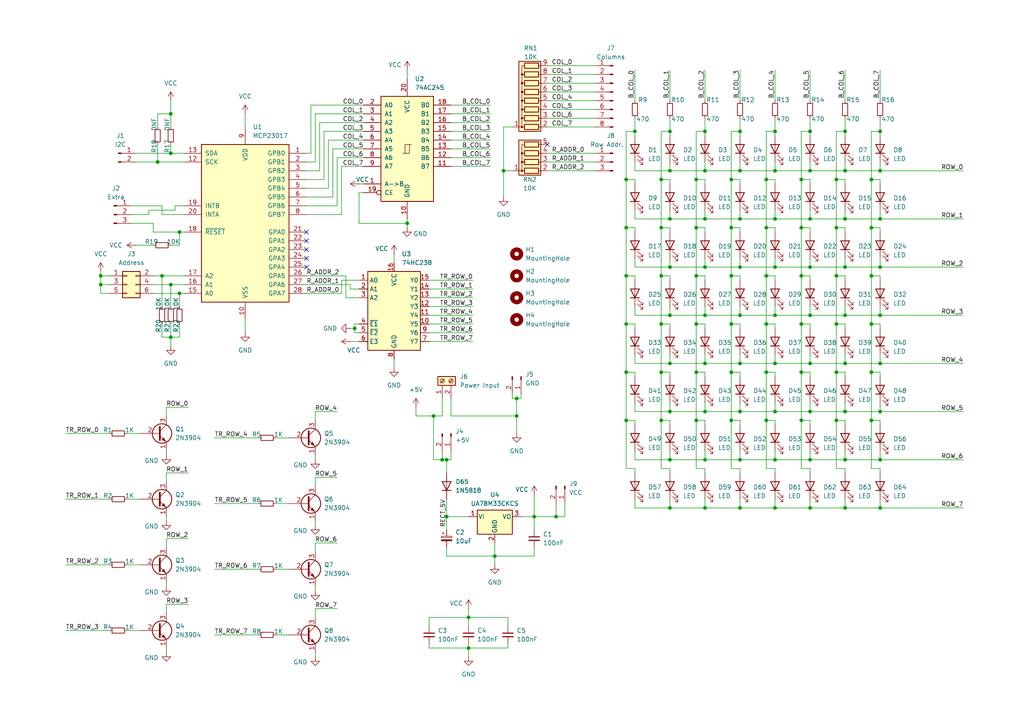
<source format=kicad_sch>
(kicad_sch (version 20231120) (generator "eeschema") (generator_version "8.0")
  (paper "A4")
  (lib_symbols
    (symbol "74xx:74HC238"
      (property "Reference" "U" (at -7.62 13.97 0))
      (property "Value" "74HC238" (at 2.54 -11.43 0))
      (symbol "74HC238_1_1"
        (pin input line (at -10.16 10.16 0) (length 2.54) (name "A0") (number "1"))
        (pin output line (at 10.16 -2.54 180) (length 2.54) (name "Y5") (number "10"))
        (pin output line (at 10.16 0 180) (length 2.54) (name "Y4") (number "11"))
        (pin output line (at 10.16 2.54 180) (length 2.54) (name "Y3") (number "12"))
        (pin output line (at 10.16 5.08 180) (length 2.54) (name "Y2") (number "13"))
        (pin output line (at 10.16 7.62 180) (length 2.54) (name "Y1") (number "14"))
        (pin output line (at 10.16 10.16 180) (length 2.54) (name "Y0") (number "15"))
        (pin power_in line (at 0 15.24 270) (length 2.54) (name "VCC") (number "16"))
        (pin input line (at -10.16 7.62 0) (length 2.54) (name "A1") (number "2"))
        (pin input line (at -10.16 5.08 0) (length 2.54) (name "A2") (number "3"))
        (pin input line (at -10.16 -2.54 0) (length 2.54) (name "~{E1}") (number "4"))
        (pin input line (at -10.16 -5.08 0) (length 2.54) (name "~{E2}") (number "5"))
        (pin input line (at -10.16 -7.62 0) (length 2.54) (name "E3") (number "6"))
        (pin output line (at 10.16 -7.62 180) (length 2.54) (name "Y7") (number "7"))
        (pin power_in line (at 0 -12.7 90) (length 2.54) (name "GND") (number "8"))
        (pin output line (at 10.16 -5.08 180) (length 2.54) (name "Y6") (number "9"))
      )
    )
    (symbol "74xx:74LS245" (pin_names (offset 1.016))
      (property "Reference" "U" (at -7.62 16.51 0))
      (property "Value" "74LS245" (at -7.62 -16.51 0))
      (symbol "74LS245_1_0"
        (pin input line (at -12.7 -10.16 0) (length 5.08) (name "A->B") (number "1"))
        (pin power_in line (at 0 -20.32 90) (length 5.08) (name "GND") (number "10"))
        (pin tri_state line (at 12.7 -5.08 180) (length 5.08) (name "B7") (number "11"))
        (pin tri_state line (at 12.7 -2.54 180) (length 5.08) (name "B6") (number "12"))
        (pin tri_state line (at 12.7 0 180) (length 5.08) (name "B5") (number "13"))
        (pin tri_state line (at 12.7 2.54 180) (length 5.08) (name "B4") (number "14"))
        (pin tri_state line (at 12.7 5.08 180) (length 5.08) (name "B3") (number "15"))
        (pin tri_state line (at 12.7 7.62 180) (length 5.08) (name "B2") (number "16"))
        (pin tri_state line (at 12.7 10.16 180) (length 5.08) (name "B1") (number "17"))
        (pin tri_state line (at 12.7 12.7 180) (length 5.08) (name "B0") (number "18"))
        (pin input inverted (at -12.7 -12.7 0) (length 5.08) (name "CE") (number "19"))
        (pin tri_state line (at -12.7 12.7 0) (length 5.08) (name "A0") (number "2"))
        (pin power_in line (at 0 20.32 270) (length 5.08) (name "VCC") (number "20"))
        (pin tri_state line (at -12.7 10.16 0) (length 5.08) (name "A1") (number "3"))
        (pin tri_state line (at -12.7 7.62 0) (length 5.08) (name "A2") (number "4"))
        (pin tri_state line (at -12.7 5.08 0) (length 5.08) (name "A3") (number "5"))
        (pin tri_state line (at -12.7 2.54 0) (length 5.08) (name "A4") (number "6"))
        (pin tri_state line (at -12.7 0 0) (length 5.08) (name "A5") (number "7"))
        (pin tri_state line (at -12.7 -2.54 0) (length 5.08) (name "A6") (number "8"))
        (pin tri_state line (at -12.7 -5.08 0) (length 5.08) (name "A7") (number "9"))
      )
    )
    (symbol "Connector:Conn_01x02_Pin" (pin_names (offset 1.016) hide)
      (property "Reference" "J" (at 0 2.54 0))
      (property "Value" "Conn_01x02_Pin" (at 0 -5.08 0))
      (symbol "Conn_01x02_Pin_1_1"
        (pin passive line (at 5.08 0 180) (length 3.81) (name "Pin_1") (number "1"))
        (pin passive line (at 5.08 -2.54 180) (length 3.81) (name "Pin_2") (number "2"))
      )
    )
    (symbol "Connector:Conn_01x03_Pin" (pin_names (offset 1.016) hide)
      (property "Reference" "J" (at 0 5.08 0))
      (property "Value" "Conn_01x03_Pin" (at 0 -5.08 0))
      (symbol "Conn_01x03_Pin_1_1"
        (pin passive line (at 5.08 2.54 180) (length 3.81) (name "Pin_1") (number "1"))
        (pin passive line (at 5.08 0 180) (length 3.81) (name "Pin_2") (number "2"))
        (pin passive line (at 5.08 -2.54 180) (length 3.81) (name "Pin_3") (number "3"))
      )
    )
    (symbol "Connector:Conn_01x08_Pin" (pin_names (offset 1.016) hide)
      (property "Reference" "J" (at 0 10.16 0))
      (property "Value" "Conn_01x08_Pin" (at 0 -12.7 0))
      (symbol "Conn_01x08_Pin_1_1"
        (pin passive line (at 5.08 7.62 180) (length 3.81) (name "Pin_1") (number "1"))
        (pin passive line (at 5.08 5.08 180) (length 3.81) (name "Pin_2") (number "2"))
        (pin passive line (at 5.08 2.54 180) (length 3.81) (name "Pin_3") (number "3"))
        (pin passive line (at 5.08 0 180) (length 3.81) (name "Pin_4") (number "4"))
        (pin passive line (at 5.08 -2.54 180) (length 3.81) (name "Pin_5") (number "5"))
        (pin passive line (at 5.08 -5.08 180) (length 3.81) (name "Pin_6") (number "6"))
        (pin passive line (at 5.08 -7.62 180) (length 3.81) (name "Pin_7") (number "7"))
        (pin passive line (at 5.08 -10.16 180) (length 3.81) (name "Pin_8") (number "8"))
      )
    )
    (symbol "Connector:Screw_Terminal_01x02" (pin_names (offset 1.016) hide)
      (property "Reference" "J" (at 0 2.54 0))
      (property "Value" "Screw_Terminal_01x02" (at 0 -5.08 0))
      (symbol "Screw_Terminal_01x02_1_1"
        (pin passive line (at -5.08 0 0) (length 3.81) (name "Pin_1") (number "1"))
        (pin passive line (at -5.08 -2.54 0) (length 3.81) (name "Pin_2") (number "2"))
      )
    )
    (symbol "Connector_Generic:Conn_02x03_Odd_Even" (pin_names (offset 1.016) hide)
      (property "Reference" "J" (at 1.27 5.08 0))
      (property "Value" "Conn_02x03_Odd_Even" (at 1.27 -5.08 0))
      (symbol "Conn_02x03_Odd_Even_1_1"
        (pin passive line (at -5.08 2.54 0) (length 3.81) (name "Pin_1") (number "1"))
        (pin passive line (at 7.62 2.54 180) (length 3.81) (name "Pin_2") (number "2"))
        (pin passive line (at -5.08 0 0) (length 3.81) (name "Pin_3") (number "3"))
        (pin passive line (at 7.62 0 180) (length 3.81) (name "Pin_4") (number "4"))
        (pin passive line (at -5.08 -2.54 0) (length 3.81) (name "Pin_5") (number "5"))
        (pin passive line (at 7.62 -2.54 180) (length 3.81) (name "Pin_6") (number "6"))
      )
    )
    (symbol "Device:C_Polarized_Small" (pin_numbers hide) (pin_names (offset 0.254) hide)
      (property "Reference" "C" (at 0.254 1.778 0))
      (property "Value" "C_Polarized_Small" (at 0.254 -2.032 0))
      (symbol "C_Polarized_Small_1_1"
        (pin passive line (at 0 2.54 270) (length 1.8542) (name "~") (number "1"))
        (pin passive line (at 0 -2.54 90) (length 1.8542) (name "~") (number "2"))
      )
    )
    (symbol "Device:C_Small" (pin_numbers hide) (pin_names (offset 0.254) hide)
      (property "Reference" "C" (at 0.254 1.778 0))
      (property "Value" "C_Small" (at 0.254 -2.032 0))
      (symbol "C_Small_1_1"
        (pin passive line (at 0 2.54 270) (length 2.032) (name "~") (number "1"))
        (pin passive line (at 0 -2.54 90) (length 2.032) (name "~") (number "2"))
      )
    )
    (symbol "Device:LED" (pin_numbers hide) (pin_names (offset 1.016) hide)
      (property "Reference" "D" (at 0 2.54 0))
      (property "Value" "LED" (at 0 -2.54 0))
      (symbol "LED_1_1"
        (pin passive line (at -3.81 0 0) (length 2.54) (name "K") (number "1"))
        (pin passive line (at 3.81 0 180) (length 2.54) (name "A") (number "2"))
      )
    )
    (symbol "Device:R_Network04" (pin_names (offset 0) hide)
      (property "Reference" "RN" (at -7.62 0 90))
      (property "Value" "R_Network04" (at 5.08 0 90))
      (symbol "R_Network04_1_1"
        (pin passive line (at -5.08 5.08 270) (length 2.54) (name "common") (number "1"))
        (pin passive line (at -5.08 -5.08 90) (length 1.27) (name "R1") (number "2"))
        (pin passive line (at -2.54 -5.08 90) (length 1.27) (name "R2") (number "3"))
        (pin passive line (at 0 -5.08 90) (length 1.27) (name "R3") (number "4"))
        (pin passive line (at 2.54 -5.08 90) (length 1.27) (name "R4") (number "5"))
      )
    )
    (symbol "Device:R_Network08" (pin_names (offset 0) hide)
      (property "Reference" "RN" (at -12.7 0 90))
      (property "Value" "R_Network08" (at 10.16 0 90))
      (symbol "R_Network08_1_1"
        (pin passive line (at -10.16 5.08 270) (length 2.54) (name "common") (number "1"))
        (pin passive line (at -10.16 -5.08 90) (length 1.27) (name "R1") (number "2"))
        (pin passive line (at -7.62 -5.08 90) (length 1.27) (name "R2") (number "3"))
        (pin passive line (at -5.08 -5.08 90) (length 1.27) (name "R3") (number "4"))
        (pin passive line (at -2.54 -5.08 90) (length 1.27) (name "R4") (number "5"))
        (pin passive line (at 0 -5.08 90) (length 1.27) (name "R5") (number "6"))
        (pin passive line (at 2.54 -5.08 90) (length 1.27) (name "R6") (number "7"))
        (pin passive line (at 5.08 -5.08 90) (length 1.27) (name "R7") (number "8"))
        (pin passive line (at 7.62 -5.08 90) (length 1.27) (name "R8") (number "9"))
      )
    )
    (symbol "Device:R_Small" (pin_numbers hide) (pin_names (offset 0.254) hide)
      (property "Reference" "R" (at 0.762 0.508 0))
      (property "Value" "R_Small" (at 0.762 -1.016 0))
      (symbol "R_Small_1_1"
        (pin passive line (at 0 2.54 270) (length 0.762) (name "~") (number "1"))
        (pin passive line (at 0 -2.54 90) (length 0.762) (name "~") (number "2"))
      )
    )
    (symbol "Diode:1N4001" (pin_numbers hide) (pin_names hide)
      (property "Reference" "D" (at 0 2.54 0))
      (property "Value" "1N4001" (at 0 -2.54 0))
      (symbol "1N4001_1_1"
        (pin passive line (at -3.81 0 0) (length 2.54) (name "K") (number "1"))
        (pin passive line (at 3.81 0 180) (length 2.54) (name "A") (number "2"))
      )
    )
    (symbol "Interface_Expansion:MCP23017_SP" (pin_names (offset 1.016))
      (property "Reference" "U" (at -11.43 24.13 0))
      (property "Value" "MCP23017_SP" (at 0 0 0))
      (symbol "MCP23017_SP_1_1"
        (pin bidirectional line (at 17.78 20.32 180) (length 5.08) (name "GPB0") (number "1"))
        (pin power_in line (at 0 -27.94 90) (length 5.08) (name "VSS") (number "10"))
        (pin no_connect line (at -12.7 15.24 0) (length 5.08) hide (name "NC") (number "11"))
        (pin input line (at -17.78 17.78 0) (length 5.08) (name "SCK") (number "12"))
        (pin bidirectional line (at -17.78 20.32 0) (length 5.08) (name "SDA") (number "13"))
        (pin no_connect line (at -12.7 12.7 0) (length 5.08) hide (name "NC") (number "14"))
        (pin input line (at -17.78 -20.32 0) (length 5.08) (name "A0") (number "15"))
        (pin input line (at -17.78 -17.78 0) (length 5.08) (name "A1") (number "16"))
        (pin input line (at -17.78 -15.24 0) (length 5.08) (name "A2") (number "17"))
        (pin input line (at -17.78 -2.54 0) (length 5.08) (name "~{RESET}") (number "18"))
        (pin tri_state line (at -17.78 5.08 0) (length 5.08) (name "INTB") (number "19"))
        (pin bidirectional line (at 17.78 17.78 180) (length 5.08) (name "GPB1") (number "2"))
        (pin tri_state line (at -17.78 2.54 0) (length 5.08) (name "INTA") (number "20"))
        (pin bidirectional line (at 17.78 -2.54 180) (length 5.08) (name "GPA0") (number "21"))
        (pin bidirectional line (at 17.78 -5.08 180) (length 5.08) (name "GPA1") (number "22"))
        (pin bidirectional line (at 17.78 -7.62 180) (length 5.08) (name "GPA2") (number "23"))
        (pin bidirectional line (at 17.78 -10.16 180) (length 5.08) (name "GPA3") (number "24"))
        (pin bidirectional line (at 17.78 -12.7 180) (length 5.08) (name "GPA4") (number "25"))
        (pin bidirectional line (at 17.78 -15.24 180) (length 5.08) (name "GPA5") (number "26"))
        (pin bidirectional line (at 17.78 -17.78 180) (length 5.08) (name "GPA6") (number "27"))
        (pin bidirectional line (at 17.78 -20.32 180) (length 5.08) (name "GPA7") (number "28"))
        (pin bidirectional line (at 17.78 15.24 180) (length 5.08) (name "GPB2") (number "3"))
        (pin bidirectional line (at 17.78 12.7 180) (length 5.08) (name "GPB3") (number "4"))
        (pin bidirectional line (at 17.78 10.16 180) (length 5.08) (name "GPB4") (number "5"))
        (pin bidirectional line (at 17.78 7.62 180) (length 5.08) (name "GPB5") (number "6"))
        (pin bidirectional line (at 17.78 5.08 180) (length 5.08) (name "GPB6") (number "7"))
        (pin bidirectional line (at 17.78 2.54 180) (length 5.08) (name "GPB7") (number "8"))
        (pin power_in line (at 0 27.94 270) (length 5.08) (name "VDD") (number "9"))
      )
    )
    (symbol "Mechanical:MountingHole" (pin_names (offset 1.016)) (exclude_from_sim yes) (in_bom no)
      (property "Reference" "H" (at 0 5.08 0))
      (property "Value" "MountingHole" (at 0 3.175 0))
    )
    (symbol "Regulator_Linear:LM7805_TO220" (pin_names (offset 0.254))
      (property "Reference" "U" (at -3.81 3.175 0))
      (property "Value" "LM7805_TO220" (at 0 3.175 0))
      (symbol "LM7805_TO220_1_1"
        (pin power_in line (at -7.62 0 0) (length 2.54) (name "VI") (number "1"))
        (pin power_in line (at 0 -7.62 90) (length 2.54) (name "GND") (number "2"))
        (pin power_out line (at 7.62 0 180) (length 2.54) (name "VO") (number "3"))
      )
    )
    (symbol "Transistor_BJT:2N3904" (pin_names (offset 0) hide)
      (property "Reference" "Q" (at 5.08 1.905 0))
      (property "Value" "2N3904" (at 5.08 0 0))
      (symbol "2N3904_1_1"
        (pin passive line (at 2.54 -5.08 90) (length 2.54) (name "E") (number "1"))
        (pin passive line (at -5.08 0 0) (length 5.715) (name "B") (number "2"))
        (pin passive line (at 2.54 5.08 270) (length 2.54) (name "C") (number "3"))
      )
    )
    (symbol "power:+5V" (power) (pin_numbers hide) (pin_names (offset 0) hide)
      (property "Value" "+5V" (at 0 3.556 0))
      (symbol "+5V_1_1"
        (pin power_in line (at 0 0 90) (length 0) (name "~") (number "1"))
      )
    )
    (symbol "power:GND" (power) (pin_numbers hide) (pin_names (offset 0) hide)
      (property "Value" "GND" (at 0 -3.81 0))
      (symbol "GND_1_1"
        (pin power_in line (at 0 0 270) (length 0) (name "~") (number "1"))
      )
    )
    (symbol "power:VCC" (power) (pin_numbers hide) (pin_names (offset 0) hide)
      (property "Value" "VCC" (at 0 3.556 0))
      (symbol "VCC_1_1"
        (pin power_in line (at 0 0 90) (length 0) (name "~") (number "1"))
      )
    )
  )
  (junction (at 135.89 179.07))
  (junction (at 201.93 52.07))
  (junction (at 232.41 121.92))
  (junction (at 212.09 93.98))
  (junction (at 191.77 80.01))
  (junction (at 212.09 66.04))
  (junction (at 212.09 107.95))
  (junction (at 204.47 38.1))
  (junction (at 224.79 38.1))
  (junction (at 204.47 133.35))
  (junction (at 252.73 121.92))
  (junction (at 214.63 63.5))
  (junction (at 194.31 91.44))
  (junction (at 242.57 121.92))
  (junction (at 252.73 93.98))
  (junction (at 234.95 105.41))
  (junction (at 245.11 91.44))
  (junction (at 201.93 107.95))
  (junction (at 214.63 49.53))
  (junction (at 234.95 119.38))
  (junction (at 222.25 121.92))
  (junction (at 214.63 105.41))
  (junction (at 224.79 105.41))
  (junction (at 232.41 52.07))
  (junction (at 255.27 38.1))
  (junction (at 181.61 107.95))
  (junction (at 212.09 52.07))
  (junction (at 52.07 85.09))
  (junction (at 214.63 119.38))
  (junction (at 252.73 52.07))
  (junction (at 191.77 66.04))
  (junction (at 245.11 133.35))
  (junction (at 245.11 147.32))
  (junction (at 125.73 120.65))
  (junction (at 255.27 105.41))
  (junction (at 194.31 119.38))
  (junction (at 242.57 52.07))
  (junction (at 204.47 63.5))
  (junction (at 234.95 133.35))
  (junction (at 201.93 66.04))
  (junction (at 224.79 91.44))
  (junction (at 181.61 93.98))
  (junction (at 222.25 66.04))
  (junction (at 194.31 147.32))
  (junction (at 194.31 38.1))
  (junction (at 129.54 133.35))
  (junction (at 255.27 133.35))
  (junction (at 129.54 149.86))
  (junction (at 204.47 119.38))
  (junction (at 214.63 91.44))
  (junction (at 242.57 66.04))
  (junction (at 212.09 80.01))
  (junction (at 242.57 93.98))
  (junction (at 224.79 63.5))
  (junction (at 245.11 119.38))
  (junction (at 29.21 82.55))
  (junction (at 252.73 80.01))
  (junction (at 245.11 63.5))
  (junction (at 252.73 107.95))
  (junction (at 181.61 52.07))
  (junction (at 214.63 147.32))
  (junction (at 201.93 93.98))
  (junction (at 245.11 105.41))
  (junction (at 184.15 38.1))
  (junction (at 234.95 77.47))
  (junction (at 222.25 107.95))
  (junction (at 204.47 105.41))
  (junction (at 146.05 49.53))
  (junction (at 255.27 77.47))
  (junction (at 191.77 121.92))
  (junction (at 234.95 91.44))
  (junction (at 191.77 93.98))
  (junction (at 181.61 66.04))
  (junction (at 191.77 107.95))
  (junction (at 242.57 80.01))
  (junction (at 214.63 133.35))
  (junction (at 224.79 133.35))
  (junction (at 245.11 77.47))
  (junction (at 149.86 120.65))
  (junction (at 222.25 52.07))
  (junction (at 118.11 64.77))
  (junction (at 234.95 49.53))
  (junction (at 245.11 49.53))
  (junction (at 204.47 77.47))
  (junction (at 232.41 93.98))
  (junction (at 149.86 115.57))
  (junction (at 242.57 107.95))
  (junction (at 204.47 91.44))
  (junction (at 222.25 80.01))
  (junction (at 255.27 147.32))
  (junction (at 194.31 63.5))
  (junction (at 143.51 161.29))
  (junction (at 161.29 149.86))
  (junction (at 102.87 95.25))
  (junction (at 49.53 97.79))
  (junction (at 181.61 121.92))
  (junction (at 49.53 33.02))
  (junction (at 194.31 133.35))
  (junction (at 245.11 38.1))
  (junction (at 194.31 49.53))
  (junction (at 232.41 107.95))
  (junction (at 224.79 77.47))
  (junction (at 255.27 91.44))
  (junction (at 194.31 105.41))
  (junction (at 29.21 80.01))
  (junction (at 234.95 38.1))
  (junction (at 214.63 77.47))
  (junction (at 204.47 49.53))
  (junction (at 135.89 187.96))
  (junction (at 212.09 121.92))
  (junction (at 224.79 49.53))
  (junction (at 232.41 80.01))
  (junction (at 255.27 49.53))
  (junction (at 181.61 80.01))
  (junction (at 49.53 44.45))
  (junction (at 224.79 147.32))
  (junction (at 201.93 121.92))
  (junction (at 234.95 147.32))
  (junction (at 154.94 149.86))
  (junction (at 224.79 119.38))
  (junction (at 49.53 82.55))
  (junction (at 191.77 52.07))
  (junction (at 234.95 63.5))
  (junction (at 222.25 93.98))
  (junction (at 214.63 38.1))
  (junction (at 52.07 67.31))
  (junction (at 232.41 66.04))
  (junction (at 46.99 80.01))
  (junction (at 128.27 133.35))
  (junction (at 204.47 147.32))
  (junction (at 252.73 66.04))
  (junction (at 201.93 80.01))
  (junction (at 255.27 119.38))
  (junction (at 45.72 46.99))
  (junction (at 194.31 77.47))
  (junction (at 255.27 63.5))
  (no_connect (at 88.9 74.93))
  (no_connect (at 158.75 41.91))
  (no_connect (at 88.9 77.47))
  (no_connect (at 88.9 69.85))
  (no_connect (at 88.9 67.31))
  (no_connect (at 88.9 72.39))
  (wire (pts (xy 212.09 135.89) (xy 214.63 135.89)))
  (wire (pts (xy 36.83 163.83) (xy 40.64 163.83)))
  (wire (pts (xy 245.11 49.53) (xy 255.27 49.53)))
  (wire (pts (xy 149.86 120.65) (xy 149.86 125.73)))
  (wire (pts (xy 234.95 102.87) (xy 234.95 105.41)))
  (wire (pts (xy 245.11 91.44) (xy 255.27 91.44)))
  (wire (pts (xy 154.94 158.75) (xy 154.94 161.29)))
  (wire (pts (xy 184.15 77.47) (xy 194.31 77.47)))
  (wire (pts (xy 91.44 138.43) (xy 97.79 138.43)))
  (wire (pts (xy 154.94 161.29) (xy 143.51 161.29)))
  (wire (pts (xy 99.06 81.28) (xy 99.06 85.09)))
  (wire (pts (xy 100.33 80.01) (xy 100.33 86.36)))
  (wire (pts (xy 224.79 38.1) (xy 224.79 39.37)))
  (wire (pts (xy 50.8 59.69) (xy 50.8 60.96)))
  (wire (pts (xy 224.79 20.32) (xy 224.79 29.21)))
  (wire (pts (xy 191.77 66.04) (xy 194.31 66.04)))
  (wire (pts (xy 204.47 135.89) (xy 204.47 137.16)))
  (wire (pts (xy 234.95 91.44) (xy 245.11 91.44)))
  (wire (pts (xy 191.77 107.95) (xy 191.77 121.92)))
  (wire (pts (xy 224.79 102.87) (xy 224.79 105.41)))
  (wire (pts (xy 99.06 85.09) (xy 88.9 85.09)))
  (wire (pts (xy 245.11 34.29) (xy 245.11 38.1)))
  (wire (pts (xy 74.93 146.05) (xy 62.23 146.05)))
  (wire (pts (xy 224.79 63.5) (xy 234.95 63.5)))
  (wire (pts (xy 212.09 52.07) (xy 212.09 66.04)))
  (wire (pts (xy 36.83 182.88) (xy 40.64 182.88)))
  (wire (pts (xy 124.46 93.98) (xy 137.16 93.98)))
  (wire (pts (xy 224.79 46.99) (xy 224.79 49.53)))
  (wire (pts (xy 201.93 80.01) (xy 204.47 80.01)))
  (wire (pts (xy 234.95 74.93) (xy 234.95 77.47)))
  (wire (pts (xy 234.95 38.1) (xy 234.95 39.37)))
  (wire (pts (xy 234.95 144.78) (xy 234.95 147.32)))
  (wire (pts (xy 201.93 66.04) (xy 201.93 80.01)))
  (wire (pts (xy 252.73 93.98) (xy 252.73 107.95)))
  (wire (pts (xy 101.6 99.06) (xy 104.14 99.06)))
  (wire (pts (xy 194.31 20.32) (xy 194.31 29.21)))
  (wire (pts (xy 184.15 20.32) (xy 184.15 29.21)))
  (wire (pts (xy 255.27 91.44) (xy 279.4 91.44)))
  (wire (pts (xy 224.79 144.78) (xy 224.79 147.32)))
  (wire (pts (xy 163.83 149.86) (xy 163.83 146.05)))
  (wire (pts (xy 222.25 121.92) (xy 224.79 121.92)))
  (wire (pts (xy 255.27 74.93) (xy 255.27 77.47)))
  (wire (pts (xy 91.44 132.08) (xy 91.44 133.35)))
  (wire (pts (xy 181.61 52.07) (xy 184.15 52.07)))
  (wire (pts (xy 104.14 64.77) (xy 104.14 55.88)))
  (wire (pts (xy 212.09 107.95) (xy 214.63 107.95)))
  (wire (pts (xy 181.61 66.04) (xy 184.15 66.04)))
  (wire (pts (xy 191.77 38.1) (xy 191.77 52.07)))
  (wire (pts (xy 102.87 96.52) (xy 104.14 96.52)))
  (wire (pts (xy 71.12 33.02) (xy 71.12 36.83)))
  (wire (pts (xy 31.75 144.78) (xy 19.05 144.78)))
  (wire (pts (xy 204.47 121.92) (xy 204.47 123.19)))
  (wire (pts (xy 154.94 143.51) (xy 154.94 149.86)))
  (wire (pts (xy 48.26 137.16) (xy 54.61 137.16)))
  (wire (pts (xy 201.93 93.98) (xy 204.47 93.98)))
  (wire (pts (xy 214.63 80.01) (xy 214.63 81.28)))
  (wire (pts (xy 191.77 107.95) (xy 194.31 107.95)))
  (wire (pts (xy 234.95 116.84) (xy 234.95 119.38)))
  (wire (pts (xy 252.73 121.92) (xy 255.27 121.92)))
  (wire (pts (xy 44.45 67.31) (xy 52.07 67.31)))
  (wire (pts (xy 204.47 34.29) (xy 204.47 38.1)))
  (wire (pts (xy 130.81 35.56) (xy 142.24 35.56)))
  (wire (pts (xy 118.11 64.77) (xy 118.11 66.04)))
  (wire (pts (xy 234.95 88.9) (xy 234.95 91.44)))
  (wire (pts (xy 232.41 66.04) (xy 232.41 80.01)))
  (wire (pts (xy 204.47 63.5) (xy 214.63 63.5)))
  (wire (pts (xy 48.26 120.65) (xy 48.26 118.11)))
  (wire (pts (xy 245.11 60.96) (xy 245.11 63.5)))
  (wire (pts (xy 234.95 63.5) (xy 245.11 63.5)))
  (wire (pts (xy 212.09 52.07) (xy 214.63 52.07)))
  (wire (pts (xy 252.73 135.89) (xy 255.27 135.89)))
  (wire (pts (xy 194.31 38.1) (xy 191.77 38.1)))
  (wire (pts (xy 91.44 119.38) (xy 97.79 119.38)))
  (wire (pts (xy 255.27 34.29) (xy 255.27 38.1)))
  (wire (pts (xy 234.95 80.01) (xy 234.95 81.28)))
  (wire (pts (xy 214.63 46.99) (xy 214.63 49.53)))
  (wire (pts (xy 224.79 49.53) (xy 234.95 49.53)))
  (wire (pts (xy 129.54 133.35) (xy 130.81 133.35)))
  (wire (pts (xy 194.31 49.53) (xy 204.47 49.53)))
  (wire (pts (xy 201.93 38.1) (xy 201.93 52.07)))
  (wire (pts (xy 184.15 88.9) (xy 184.15 91.44)))
  (wire (pts (xy 95.25 40.64) (xy 105.41 40.64)))
  (wire (pts (xy 194.31 74.93) (xy 194.31 77.47)))
  (wire (pts (xy 214.63 144.78) (xy 214.63 147.32)))
  (wire (pts (xy 204.47 38.1) (xy 204.47 39.37)))
  (wire (pts (xy 128.27 133.35) (xy 129.54 133.35)))
  (wire (pts (xy 222.25 135.89) (xy 224.79 135.89)))
  (wire (pts (xy 181.61 66.04) (xy 181.61 80.01)))
  (wire (pts (xy 184.15 93.98) (xy 184.15 95.25)))
  (wire (pts (xy 194.31 130.81) (xy 194.31 133.35)))
  (wire (pts (xy 161.29 149.86) (xy 163.83 149.86)))
  (wire (pts (xy 214.63 34.29) (xy 214.63 38.1)))
  (wire (pts (xy 181.61 93.98) (xy 184.15 93.98)))
  (wire (pts (xy 158.75 29.21) (xy 172.72 29.21)))
  (wire (pts (xy 135.89 179.07) (xy 135.89 181.61)))
  (wire (pts (xy 130.81 48.26) (xy 142.24 48.26)))
  (wire (pts (xy 255.27 63.5) (xy 279.4 63.5)))
  (wire (pts (xy 222.25 52.07) (xy 224.79 52.07)))
  (wire (pts (xy 214.63 66.04) (xy 214.63 67.31)))
  (wire (pts (xy 242.57 93.98) (xy 242.57 107.95)))
  (wire (pts (xy 43.18 60.96) (xy 43.18 62.23)))
  (wire (pts (xy 146.05 49.53) (xy 146.05 57.15)))
  (wire (pts (xy 201.93 52.07) (xy 204.47 52.07)))
  (wire (pts (xy 204.47 88.9) (xy 204.47 91.44)))
  (wire (pts (xy 204.47 107.95) (xy 204.47 109.22)))
  (wire (pts (xy 245.11 130.81) (xy 245.11 133.35)))
  (wire (pts (xy 245.11 20.32) (xy 245.11 29.21)))
  (wire (pts (xy 148.59 115.57) (xy 149.86 115.57)))
  (wire (pts (xy 49.53 44.45) (xy 49.53 41.91)))
  (wire (pts (xy 130.81 115.57) (xy 130.81 120.65)))
  (wire (pts (xy 214.63 105.41) (xy 224.79 105.41)))
  (wire (pts (xy 255.27 80.01) (xy 255.27 81.28)))
  (wire (pts (xy 255.27 133.35) (xy 279.4 133.35)))
  (wire (pts (xy 92.71 35.56) (xy 105.41 35.56)))
  (wire (pts (xy 245.11 105.41) (xy 255.27 105.41)))
  (wire (pts (xy 222.25 38.1) (xy 222.25 52.07)))
  (wire (pts (xy 184.15 105.41) (xy 194.31 105.41)))
  (wire (pts (xy 29.21 85.09) (xy 31.75 85.09)))
  (wire (pts (xy 48.26 130.81) (xy 48.26 132.08)))
  (wire (pts (xy 214.63 135.89) (xy 214.63 137.16)))
  (wire (pts (xy 184.15 116.84) (xy 184.15 119.38)))
  (wire (pts (xy 135.89 186.69) (xy 135.89 187.96)))
  (wire (pts (xy 158.75 34.29) (xy 172.72 34.29)))
  (wire (pts (xy 118.11 63.5) (xy 118.11 64.77)))
  (wire (pts (xy 222.25 93.98) (xy 222.25 107.95)))
  (wire (pts (xy 214.63 130.81) (xy 214.63 133.35)))
  (wire (pts (xy 212.09 107.95) (xy 212.09 121.92)))
  (wire (pts (xy 242.57 38.1) (xy 242.57 52.07)))
  (wire (pts (xy 128.27 130.81) (xy 128.27 133.35)))
  (wire (pts (xy 74.93 184.15) (xy 62.23 184.15)))
  (wire (pts (xy 49.53 97.79) (xy 49.53 100.33)))
  (wire (pts (xy 49.53 71.12) (xy 52.07 71.12)))
  (wire (pts (xy 124.46 187.96) (xy 135.89 187.96)))
  (wire (pts (xy 29.21 82.55) (xy 29.21 85.09)))
  (wire (pts (xy 224.79 91.44) (xy 234.95 91.44)))
  (wire (pts (xy 53.34 46.99) (xy 45.72 46.99)))
  (wire (pts (xy 242.57 80.01) (xy 245.11 80.01)))
  (wire (pts (xy 31.75 125.73) (xy 19.05 125.73)))
  (wire (pts (xy 184.15 119.38) (xy 194.31 119.38)))
  (wire (pts (xy 91.44 33.02) (xy 105.41 33.02)))
  (wire (pts (xy 184.15 147.32) (xy 194.31 147.32)))
  (wire (pts (xy 232.41 135.89) (xy 234.95 135.89)))
  (wire (pts (xy 93.98 38.1) (xy 105.41 38.1)))
  (wire (pts (xy 222.25 93.98) (xy 224.79 93.98)))
  (wire (pts (xy 125.73 120.65) (xy 125.73 133.35)))
  (wire (pts (xy 214.63 77.47) (xy 224.79 77.47)))
  (wire (pts (xy 104.14 55.88) (xy 105.41 55.88)))
  (wire (pts (xy 234.95 60.96) (xy 234.95 63.5)))
  (wire (pts (xy 201.93 107.95) (xy 204.47 107.95)))
  (wire (pts (xy 154.94 149.86) (xy 161.29 149.86)))
  (wire (pts (xy 214.63 88.9) (xy 214.63 91.44)))
  (wire (pts (xy 255.27 52.07) (xy 255.27 53.34)))
  (wire (pts (xy 245.11 107.95) (xy 245.11 109.22)))
  (wire (pts (xy 191.77 93.98) (xy 191.77 107.95)))
  (wire (pts (xy 49.53 82.55) (xy 49.53 88.9)))
  (wire (pts (xy 255.27 46.99) (xy 255.27 49.53)))
  (wire (pts (xy 181.61 121.92) (xy 184.15 121.92)))
  (wire (pts (xy 96.52 43.18) (xy 105.41 43.18)))
  (wire (pts (xy 39.37 71.12) (xy 44.45 71.12)))
  (wire (pts (xy 204.47 133.35) (xy 214.63 133.35)))
  (wire (pts (xy 245.11 121.92) (xy 245.11 123.19)))
  (wire (pts (xy 255.27 49.53) (xy 279.4 49.53)))
  (wire (pts (xy 124.46 179.07) (xy 124.46 181.61)))
  (wire (pts (xy 158.75 36.83) (xy 172.72 36.83)))
  (wire (pts (xy 212.09 66.04) (xy 214.63 66.04)))
  (wire (pts (xy 135.89 176.53) (xy 135.89 179.07)))
  (wire (pts (xy 124.46 81.28) (xy 137.16 81.28)))
  (wire (pts (xy 245.11 66.04) (xy 245.11 67.31)))
  (wire (pts (xy 242.57 80.01) (xy 242.57 93.98)))
  (wire (pts (xy 201.93 66.04) (xy 204.47 66.04)))
  (wire (pts (xy 154.94 149.86) (xy 151.13 149.86)))
  (wire (pts (xy 118.11 20.32) (xy 118.11 22.86)))
  (wire (pts (xy 232.41 121.92) (xy 234.95 121.92)))
  (wire (pts (xy 212.09 93.98) (xy 214.63 93.98)))
  (wire (pts (xy 88.9 46.99) (xy 91.44 46.99)))
  (wire (pts (xy 104.14 53.34) (xy 105.41 53.34)))
  (wire (pts (xy 181.61 121.92) (xy 181.61 135.89)))
  (wire (pts (xy 224.79 93.98) (xy 224.79 95.25)))
  (wire (pts (xy 255.27 38.1) (xy 255.27 39.37)))
  (wire (pts (xy 201.93 121.92) (xy 204.47 121.92)))
  (wire (pts (xy 143.51 161.29) (xy 129.54 161.29)))
  (wire (pts (xy 101.6 83.82) (xy 101.6 82.55)))
  (wire (pts (xy 29.21 80.01) (xy 31.75 80.01)))
  (wire (pts (xy 201.93 80.01) (xy 201.93 93.98)))
  (wire (pts (xy 204.47 102.87) (xy 204.47 105.41)))
  (wire (pts (xy 234.95 34.29) (xy 234.95 38.1)))
  (wire (pts (xy 255.27 38.1) (xy 252.73 38.1)))
  (wire (pts (xy 255.27 88.9) (xy 255.27 91.44)))
  (wire (pts (xy 184.15 130.81) (xy 184.15 133.35)))
  (wire (pts (xy 252.73 121.92) (xy 252.73 135.89)))
  (wire (pts (xy 201.93 93.98) (xy 201.93 107.95)))
  (wire (pts (xy 204.47 66.04) (xy 204.47 67.31)))
  (wire (pts (xy 194.31 135.89) (xy 194.31 137.16)))
  (wire (pts (xy 48.26 118.11) (xy 54.61 118.11)))
  (wire (pts (xy 130.81 120.65) (xy 149.86 120.65)))
  (wire (pts (xy 52.07 85.09) (xy 52.07 88.9)))
  (wire (pts (xy 234.95 77.47) (xy 245.11 77.47)))
  (wire (pts (xy 29.21 82.55) (xy 31.75 82.55)))
  (wire (pts (xy 146.05 36.83) (xy 146.05 49.53)))
  (wire (pts (xy 128.27 115.57) (xy 128.27 120.65)))
  (wire (pts (xy 39.37 44.45) (xy 49.53 44.45)))
  (wire (pts (xy 130.81 38.1) (xy 142.24 38.1)))
  (wire (pts (xy 214.63 38.1) (xy 212.09 38.1)))
  (wire (pts (xy 38.1 64.77) (xy 44.45 64.77)))
  (wire (pts (xy 88.9 62.23) (xy 99.06 62.23)))
  (wire (pts (xy 29.21 80.01) (xy 29.21 82.55)))
  (wire (pts (xy 191.77 80.01) (xy 194.31 80.01)))
  (wire (pts (xy 214.63 107.95) (xy 214.63 109.22)))
  (wire (pts (xy 181.61 80.01) (xy 181.61 93.98)))
  (wire (pts (xy 184.15 34.29) (xy 184.15 38.1)))
  (wire (pts (xy 214.63 74.93) (xy 214.63 77.47)))
  (wire (pts (xy 232.41 107.95) (xy 234.95 107.95)))
  (wire (pts (xy 232.41 38.1) (xy 232.41 52.07)))
  (wire (pts (xy 242.57 66.04) (xy 242.57 80.01)))
  (wire (pts (xy 143.51 161.29) (xy 143.51 163.83)))
  (wire (pts (xy 125.73 133.35) (xy 128.27 133.35)))
  (wire (pts (xy 46.99 62.23) (xy 46.99 59.69)))
  (wire (pts (xy 194.31 60.96) (xy 194.31 63.5)))
  (wire (pts (xy 128.27 120.65) (xy 125.73 120.65)))
  (wire (pts (xy 48.26 168.91) (xy 48.26 170.18)))
  (wire (pts (xy 80.01 184.15) (xy 83.82 184.15)))
  (wire (pts (xy 124.46 186.69) (xy 124.46 187.96)))
  (wire (pts (xy 181.61 80.01) (xy 184.15 80.01)))
  (wire (pts (xy 29.21 78.74) (xy 29.21 80.01)))
  (wire (pts (xy 204.47 147.32) (xy 214.63 147.32)))
  (wire (pts (xy 214.63 147.32) (xy 224.79 147.32)))
  (wire (pts (xy 245.11 133.35) (xy 255.27 133.35)))
  (wire (pts (xy 194.31 133.35) (xy 204.47 133.35)))
  (wire (pts (xy 201.93 52.07) (xy 201.93 66.04)))
  (wire (pts (xy 74.93 127) (xy 62.23 127)))
  (wire (pts (xy 204.47 60.96) (xy 204.47 63.5)))
  (wire (pts (xy 255.27 102.87) (xy 255.27 105.41)))
  (wire (pts (xy 74.93 165.1) (xy 62.23 165.1)))
  (wire (pts (xy 214.63 119.38) (xy 224.79 119.38)))
  (wire (pts (xy 80.01 146.05) (xy 83.82 146.05)))
  (wire (pts (xy 130.81 30.48) (xy 142.24 30.48)))
  (wire (pts (xy 129.54 153.67) (xy 129.54 149.86)))
  (wire (pts (xy 212.09 121.92) (xy 214.63 121.92)))
  (wire (pts (xy 234.95 147.32) (xy 245.11 147.32)))
  (wire (pts (xy 114.3 73.66) (xy 114.3 76.2)))
  (wire (pts (xy 158.75 21.59) (xy 172.72 21.59)))
  (wire (pts (xy 242.57 107.95) (xy 242.57 121.92)))
  (wire (pts (xy 91.44 179.07) (xy 91.44 176.53)))
  (wire (pts (xy 224.79 116.84) (xy 224.79 119.38)))
  (wire (pts (xy 184.15 52.07) (xy 184.15 53.34)))
  (wire (pts (xy 88.9 44.45) (xy 90.17 44.45)))
  (wire (pts (xy 204.47 91.44) (xy 214.63 91.44)))
  (wire (pts (xy 88.9 52.07) (xy 93.98 52.07)))
  (wire (pts (xy 104.14 83.82) (xy 101.6 83.82)))
  (wire (pts (xy 214.63 102.87) (xy 214.63 105.41)))
  (wire (pts (xy 120.65 118.11) (xy 120.65 120.65)))
  (wire (pts (xy 191.77 121.92) (xy 191.77 135.89)))
  (wire (pts (xy 224.79 38.1) (xy 222.25 38.1)))
  (wire (pts (xy 242.57 93.98) (xy 245.11 93.98)))
  (wire (pts (xy 194.31 105.41) (xy 204.47 105.41)))
  (wire (pts (xy 234.95 105.41) (xy 245.11 105.41)))
  (wire (pts (xy 53.34 59.69) (xy 50.8 59.69)))
  (wire (pts (xy 161.29 146.05) (xy 161.29 149.86)))
  (wire (pts (xy 222.25 107.95) (xy 224.79 107.95)))
  (wire (pts (xy 36.83 144.78) (xy 40.64 144.78)))
  (wire (pts (xy 130.81 43.18) (xy 142.24 43.18)))
  (wire (pts (xy 222.25 66.04) (xy 224.79 66.04)))
  (wire (pts (xy 124.46 83.82) (xy 137.16 83.82)))
  (wire (pts (xy 80.01 165.1) (xy 83.82 165.1)))
  (wire (pts (xy 224.79 88.9) (xy 224.79 91.44)))
  (wire (pts (xy 232.41 80.01) (xy 232.41 93.98)))
  (wire (pts (xy 151.13 114.3) (xy 151.13 115.57)))
  (wire (pts (xy 232.41 66.04) (xy 234.95 66.04)))
  (wire (pts (xy 191.77 135.89) (xy 194.31 135.89)))
  (wire (pts (xy 158.75 19.05) (xy 172.72 19.05)))
  (wire (pts (xy 255.27 107.95) (xy 255.27 109.22)))
  (wire (pts (xy 184.15 74.93) (xy 184.15 77.47)))
  (wire (pts (xy 91.44 121.92) (xy 91.44 119.38)))
  (wire (pts (xy 255.27 20.32) (xy 255.27 29.21)))
  (wire (pts (xy 135.89 187.96) (xy 147.32 187.96)))
  (wire (pts (xy 245.11 102.87) (xy 245.11 105.41)))
  (wire (pts (xy 147.32 187.96) (xy 147.32 186.69)))
  (wire (pts (xy 43.18 62.23) (xy 38.1 62.23)))
  (wire (pts (xy 212.09 38.1) (xy 212.09 52.07)))
  (wire (pts (xy 212.09 66.04) (xy 212.09 80.01)))
  (wire (pts (xy 252.73 66.04) (xy 252.73 80.01)))
  (wire (pts (xy 194.31 119.38) (xy 204.47 119.38)))
  (wire (pts (xy 91.44 140.97) (xy 91.44 138.43)))
  (wire (pts (xy 234.95 133.35) (xy 245.11 133.35)))
  (wire (pts (xy 184.15 91.44) (xy 194.31 91.44)))
  (wire (pts (xy 46.99 97.79) (xy 49.53 97.79)))
  (wire (pts (xy 124.46 99.06) (xy 137.16 99.06)))
  (wire (pts (xy 148.59 114.3) (xy 148.59 115.57)))
  (wire (pts (xy 53.34 44.45) (xy 49.53 44.45)))
  (wire (pts (xy 118.11 64.77) (xy 104.14 64.77)))
  (wire (pts (xy 184.15 66.04) (xy 184.15 67.31)))
  (wire (pts (xy 194.31 144.78) (xy 194.31 147.32)))
  (wire (pts (xy 224.79 74.93) (xy 224.79 77.47)))
  (wire (pts (xy 147.32 181.61) (xy 147.32 179.07)))
  (wire (pts (xy 255.27 147.32) (xy 279.4 147.32)))
  (wire (pts (xy 234.95 52.07) (xy 234.95 53.34)))
  (wire (pts (xy 143.51 157.48) (xy 143.51 161.29)))
  (wire (pts (xy 204.47 20.32) (xy 204.47 29.21)))
  (wire (pts (xy 252.73 80.01) (xy 255.27 80.01)))
  (wire (pts (xy 252.73 52.07) (xy 255.27 52.07)))
  (wire (pts (xy 234.95 49.53) (xy 245.11 49.53)))
  (wire (pts (xy 214.63 63.5) (xy 224.79 63.5)))
  (wire (pts (xy 191.77 66.04) (xy 191.77 80.01)))
  (wire (pts (xy 194.31 80.01) (xy 194.31 81.28)))
  (wire (pts (xy 204.47 105.41) (xy 214.63 105.41)))
  (wire (pts (xy 245.11 88.9) (xy 245.11 91.44)))
  (wire (pts (xy 71.12 92.71) (xy 71.12 96.52)))
  (wire (pts (xy 194.31 121.92) (xy 194.31 123.19)))
  (wire (pts (xy 242.57 107.95) (xy 245.11 107.95)))
  (wire (pts (xy 36.83 125.73) (xy 40.64 125.73)))
  (wire (pts (xy 95.25 54.61) (xy 95.25 40.64)))
  (wire (pts (xy 224.79 133.35) (xy 234.95 133.35)))
  (wire (pts (xy 184.15 38.1) (xy 181.61 38.1)))
  (wire (pts (xy 232.41 93.98) (xy 234.95 93.98)))
  (wire (pts (xy 101.6 95.25) (xy 102.87 95.25)))
  (wire (pts (xy 204.47 77.47) (xy 214.63 77.47)))
  (wire (pts (xy 88.9 59.69) (xy 97.79 59.69)))
  (wire (pts (xy 100.33 86.36) (xy 104.14 86.36)))
  (wire (pts (xy 224.79 119.38) (xy 234.95 119.38)))
  (wire (pts (xy 201.93 107.95) (xy 201.93 121.92)))
  (wire (pts (xy 52.07 85.09) (xy 53.34 85.09)))
  (wire (pts (xy 124.46 91.44) (xy 137.16 91.44)))
  (wire (pts (xy 48.26 149.86) (xy 48.26 151.13)))
  (wire (pts (xy 214.63 49.53) (xy 224.79 49.53)))
  (wire (pts (xy 245.11 38.1) (xy 242.57 38.1)))
  (wire (pts (xy 245.11 135.89) (xy 245.11 137.16)))
  (wire (pts (xy 194.31 102.87) (xy 194.31 105.41)))
  (wire (pts (xy 222.25 52.07) (xy 222.25 66.04)))
  (wire (pts (xy 245.11 116.84) (xy 245.11 119.38)))
  (wire (pts (xy 234.95 107.95) (xy 234.95 109.22)))
  (wire (pts (xy 252.73 52.07) (xy 252.73 66.04)))
  (wire (pts (xy 191.77 93.98) (xy 194.31 93.98)))
  (wire (pts (xy 129.54 161.29) (xy 129.54 158.75)))
  (wire (pts (xy 234.95 66.04) (xy 234.95 67.31)))
  (wire (pts (xy 222.25 121.92) (xy 222.25 135.89)))
  (wire (pts (xy 184.15 63.5) (xy 194.31 63.5)))
  (wire (pts (xy 224.79 105.41) (xy 234.95 105.41)))
  (wire (pts (xy 135.89 187.96) (xy 135.89 190.5)))
  (wire (pts (xy 234.95 130.81) (xy 234.95 133.35)))
  (wire (pts (xy 181.61 38.1) (xy 181.61 52.07)))
  (wire (pts (xy 53.34 62.23) (xy 46.99 62.23)))
  (wire (pts (xy 158.75 31.75) (xy 172.72 31.75)))
  (wire (pts (xy 31.75 182.88) (xy 19.05 182.88)))
  (wire (pts (xy 214.63 93.98) (xy 214.63 95.25)))
  (wire (pts (xy 48.26 158.75) (xy 48.26 156.21)))
  (wire (pts (xy 224.79 80.01) (xy 224.79 81.28)))
  (wire (pts (xy 242.57 135.89) (xy 245.11 135.89)))
  (wire (pts (xy 194.31 88.9) (xy 194.31 91.44)))
  (wire (pts (xy 44.45 64.77) (xy 44.45 67.31)))
  (wire (pts (xy 48.26 156.21) (xy 54.61 156.21)))
  (wire (pts (xy 204.47 74.93) (xy 204.47 77.47)))
  (wire (pts (xy 120.65 120.65) (xy 125.73 120.65)))
  (wire (pts (xy 214.63 52.07) (xy 214.63 53.34)))
  (wire (pts (xy 97.79 59.69) (xy 97.79 45.72)))
  (wire (pts (xy 49.53 82.55) (xy 53.34 82.55)))
  (wire (pts (xy 124.46 86.36) (xy 137.16 86.36)))
  (wire (pts (xy 224.79 34.29) (xy 224.79 38.1)))
  (wire (pts (xy 194.31 34.29) (xy 194.31 38.1)))
  (wire (pts (xy 255.27 105.41) (xy 279.4 105.41)))
  (wire (pts (xy 232.41 80.01) (xy 234.95 80.01)))
  (wire (pts (xy 88.9 57.15) (xy 96.52 57.15)))
  (wire (pts (xy 158.75 44.45) (xy 172.72 44.45)))
  (wire (pts (xy 194.31 147.32) (xy 204.47 147.32)))
  (wire (pts (xy 194.31 77.47) (xy 204.47 77.47)))
  (wire (pts (xy 222.25 107.95) (xy 222.25 121.92)))
  (wire (pts (xy 181.61 107.95) (xy 181.61 121.92)))
  (wire (pts (xy 214.63 20.32) (xy 214.63 29.21)))
  (wire (pts (xy 252.73 107.95) (xy 255.27 107.95)))
  (wire (pts (xy 191.77 121.92) (xy 194.31 121.92)))
  (wire (pts (xy 194.31 107.95) (xy 194.31 109.22)))
  (wire (pts (xy 31.75 163.83) (xy 19.05 163.83)))
  (wire (pts (xy 146.05 36.83) (xy 148.59 36.83)))
  (wire (pts (xy 222.25 66.04) (xy 222.25 80.01)))
  (wire (pts (xy 252.73 80.01) (xy 252.73 93.98)))
  (wire (pts (xy 93.98 52.07) (xy 93.98 38.1)))
  (wire (pts (xy 232.41 121.92) (xy 232.41 135.89)))
  (wire (pts (xy 130.81 133.35) (xy 130.81 130.81)))
  (wire (pts (xy 201.93 135.89) (xy 204.47 135.89)))
  (wire (pts (xy 102.87 93.98) (xy 102.87 95.25)))
  (wire (pts (xy 245.11 93.98) (xy 245.11 95.25)))
  (wire (pts (xy 44.45 82.55) (xy 49.53 82.55)))
  (wire (pts (xy 234.95 135.89) (xy 234.95 137.16)))
  (wire (pts (xy 191.77 80.01) (xy 191.77 93.98)))
  (wire (pts (xy 255.27 130.81) (xy 255.27 133.35)))
  (wire (pts (xy 191.77 52.07) (xy 191.77 66.04)))
  (wire (pts (xy 181.61 52.07) (xy 181.61 66.04)))
  (wire (pts (xy 232.41 107.95) (xy 232.41 121.92)))
  (wire (pts (xy 184.15 121.92) (xy 184.15 123.19)))
  (wire (pts (xy 194.31 66.04) (xy 194.31 67.31)))
  (wire (pts (xy 204.47 119.38) (xy 214.63 119.38)))
  (wire (pts (xy 90.17 44.45) (xy 90.17 30.48)))
  (wire (pts (xy 129.54 149.86) (xy 135.89 149.86)))
  (wire (pts (xy 184.15 60.96) (xy 184.15 63.5)))
  (wire (pts (xy 234.95 46.99) (xy 234.95 49.53)))
  (wire (pts (xy 96.52 57.15) (xy 96.52 43.18)))
  (wire (pts (xy 212.09 80.01) (xy 214.63 80.01)))
  (wire (pts (xy 234.95 121.92) (xy 234.95 123.19)))
  (wire (pts (xy 45.72 36.83) (xy 45.72 33.02)))
  (wire (pts (xy 149.86 115.57) (xy 149.86 120.65)))
  (wire (pts (xy 224.79 147.32) (xy 234.95 147.32)))
  (wire (pts (xy 222.25 80.01) (xy 222.25 93.98)))
  (wire (pts (xy 184.15 102.87) (xy 184.15 105.41)))
  (wire (pts (xy 49.53 93.98) (xy 49.53 97.79)))
  (wire (pts (xy 91.44 189.23) (xy 91.44 190.5)))
  (wire (pts (xy 48.26 177.8) (xy 48.26 175.26)))
  (wire (pts (xy 204.47 52.07) (xy 204.47 53.34)))
  (wire (pts (xy 224.79 60.96) (xy 224.79 63.5)))
  (wire (pts (xy 255.27 93.98) (xy 255.27 95.25)))
  (wire (pts (xy 194.31 93.98) (xy 194.31 95.25)))
  (wire (pts (xy 255.27 119.38) (xy 279.4 119.38)))
  (wire (pts (xy 154.94 153.67) (xy 154.94 149.86)))
  (wire (pts (xy 245.11 38.1) (xy 245.11 39.37)))
  (wire (pts (xy 52.07 71.12) (xy 52.07 67.31)))
  (wire (pts (xy 50.8 60.96) (xy 43.18 60.96)))
  (wire (pts (xy 88.9 49.53) (xy 92.71 49.53)))
  (wire (pts (xy 214.63 121.92) (xy 214.63 123.19)))
  (wire (pts (xy 224.79 135.89) (xy 224.79 137.16)))
  (wire (pts (xy 91.44 157.48) (xy 97.79 157.48)))
  (wire (pts (xy 49.53 33.02) (xy 49.53 36.83)))
  (wire (pts (xy 135.89 179.07) (xy 124.46 179.07)))
  (wire (pts (xy 245.11 147.32) (xy 255.27 147.32)))
  (wire (pts (xy 224.79 130.81) (xy 224.79 133.35)))
  (wire (pts (xy 214.63 133.35) (xy 224.79 133.35)))
  (wire (pts (xy 104.14 81.28) (xy 99.06 81.28)))
  (wire (pts (xy 255.27 135.89) (xy 255.27 137.16)))
  (wire (pts (xy 99.06 62.23) (xy 99.06 48.26)))
  (wire (pts (xy 255.27 121.92) (xy 255.27 123.19)))
  (wire (pts (xy 252.73 107.95) (xy 252.73 121.92)))
  (wire (pts (xy 146.05 49.53) (xy 148.59 49.53)))
  (wire (pts (xy 245.11 77.47) (xy 255.27 77.47)))
  (wire (pts (xy 48.26 139.7) (xy 48.26 137.16)))
  (wire (pts (xy 130.81 45.72) (xy 142.24 45.72)))
  (wire (pts (xy 104.14 93.98) (xy 102.87 93.98)))
  (wire (pts (xy 158.75 46.99) (xy 172.72 46.99)))
  (wire (pts (xy 242.57 52.07) (xy 242.57 66.04)))
  (wire (pts (xy 234.95 20.32) (xy 234.95 29.21)))
  (wire (pts (xy 214.63 38.1) (xy 214.63 39.37)))
  (wire (pts (xy 245.11 74.93) (xy 245.11 77.47)))
  (wire (pts (xy 46.99 80.01) (xy 53.34 80.01)))
  (wire (pts (xy 91.44 176.53) (xy 97.79 176.53)))
  (wire (pts (xy 214.63 91.44) (xy 224.79 91.44)))
  (wire (pts (xy 194.31 91.44) (xy 204.47 91.44)))
  (wire (pts (xy 45.72 33.02) (xy 49.53 33.02)))
  (wire (pts (xy 184.15 133.35) (xy 194.31 133.35)))
  (wire (pts (xy 49.53 29.21) (xy 49.53 33.02)))
  (wire (pts (xy 149.86 115.57) (xy 151.13 115.57)))
  (wire (pts (xy 91.44 170.18) (xy 91.44 171.45)))
  (wire (pts (xy 245.11 46.99) (xy 245.11 49.53)))
  (wire (pts (xy 242.57 121.92) (xy 242.57 135.89)))
  (wire (pts (xy 245.11 80.01) (xy 245.11 81.28)))
  (wire (pts (xy 184.15 49.53) (xy 194.31 49.53)))
  (wire (pts (xy 88.9 54.61) (xy 95.25 54.61)))
  (wire (pts (xy 194.31 63.5) (xy 204.47 63.5)))
  (wire (pts (xy 184.15 135.89) (xy 184.15 137.16)))
  (wire (pts (xy 212.09 93.98) (xy 212.09 107.95)))
  (wire (pts (xy 214.63 116.84) (xy 214.63 119.38)))
  (wire (pts (xy 204.47 116.84) (xy 204.47 119.38)))
  (wire (pts (xy 224.79 66.04) (xy 224.79 67.31)))
  (wire (pts (xy 245.11 52.07) (xy 245.11 53.34)))
  (wire (pts (xy 97.79 45.72) (xy 105.41 45.72)))
  (wire (pts (xy 48.26 175.26) (xy 54.61 175.26)))
  (wire (pts (xy 234.95 38.1) (xy 232.41 38.1)))
  (wire (pts (xy 204.47 80.01) (xy 204.47 81.28)))
  (wire (pts (xy 214.63 60.96) (xy 214.63 63.5)))
  (wire (pts (xy 212.09 80.01) (xy 212.09 93.98)))
  (wire (pts (xy 184.15 144.78) (xy 184.15 147.32)))
  (wire (pts (xy 255.27 66.04) (xy 255.27 67.31)))
  (wire (pts (xy 194.31 46.99) (xy 194.31 49.53)))
  (wire (pts (xy 204.47 130.81) (xy 204.47 133.35)))
  (wire (pts (xy 204.47 46.99) (xy 204.47 49.53)))
  (wire (pts (xy 245.11 119.38) (xy 255.27 119.38)))
  (wire (pts (xy 184.15 38.1) (xy 184.15 39.37)))
  (wire (pts (xy 124.46 96.52) (xy 137.16 96.52)))
  (wire (pts (xy 102.87 95.25) (xy 102.87 96.52)))
  (wire (pts (xy 242.57 121.92) (xy 245.11 121.92)))
  (wire (pts (xy 158.75 26.67) (xy 172.72 26.67)))
  (wire (pts (xy 88.9 80.01) (xy 100.33 80.01)))
  (wire (pts (xy 191.77 52.07) (xy 194.31 52.07)))
  (wire (pts (xy 181.61 107.95) (xy 184.15 107.95)))
  (wire (pts (xy 39.37 46.99) (xy 45.72 46.99)))
  (wire (pts (xy 158.75 49.53) (xy 172.72 49.53)))
  (wire (pts (xy 255.27 60.96) (xy 255.27 63.5)))
  (wire (pts (xy 46.99 59.69) (xy 38.1 59.69)))
  (wire (pts (xy 242.57 66.04) (xy 245.11 66.04)))
  (wire (pts (xy 194.31 52.07) (xy 194.31 53.34)))
  (wire (pts (xy 91.44 160.02) (xy 91.44 157.48)))
  (wire (pts (xy 91.44 46.99) (xy 91.44 33.02)))
  (wire (pts (xy 130.81 33.02) (xy 142.24 33.02)))
  (wire (pts (xy 232.41 93.98) (xy 232.41 107.95)))
  (wire (pts (xy 222.25 80.01) (xy 224.79 80.01)))
  (wire (pts (xy 252.73 66.04) (xy 255.27 66.04)))
  (wire (pts (xy 204.47 49.53) (xy 214.63 49.53)))
  (wire (pts (xy 255.27 144.78) (xy 255.27 147.32)))
  (wire (pts (xy 44.45 85.09) (xy 52.07 85.09)))
  (wire (pts (xy 181.61 135.89) (xy 184.15 135.89)))
  (wire (pts (xy 224.79 107.95) (xy 224.79 109.22)))
  (wire (pts (xy 255.27 116.84) (xy 255.27 119.38)))
  (wire (pts (xy 232.41 52.07) (xy 234.95 52.07)))
  (wire (pts (xy 245.11 144.78) (xy 245.11 147.32)))
  (wire (pts (xy 124.46 88.9) (xy 137.16 88.9)))
  (wire (pts (xy 52.07 67.31) (xy 53.34 67.31)))
  (wire (pts (xy 234.95 119.38) (xy 245.11 119.38)))
  (wire (pts (xy 158.75 24.13) (xy 172.72 24.13)))
  (wire (pts (xy 114.3 104.14) (xy 114.3 106.68)))
  (wire (pts (xy 194.31 38.1) (xy 194.31 39.37)))
  (wire (pts (xy 130.81 40.64) (xy 142.24 40.64)))
  (wire (pts (xy 46.99 80.01) (xy 46.99 88.9)))
  (wire (pts (xy 99.06 48.26) (xy 105.41 48.26)))
  (wire (pts (xy 252.73 93.98) (xy 255.27 93.98)))
  (wire (pts (xy 91.44 151.13) (xy 91.44 152.4)))
  (wire (pts (xy 48.26 187.96) (xy 48.26 189.23)))
  (wire (pts (xy 45.72 46.99) (xy 45.72 41.91)))
  (wire (pts (xy 194.31 116.84) (xy 194.31 119.38)))
  (wire (pts (xy 147.32 179.07) (xy 135.89 179.07)))
  (wire (pts (xy 242.57 52.07) (xy 245.11 52.07)))
  (wire (pts (xy 204.47 38.1) (xy 201.93 38.1)))
  (wire (pts (xy 101.6 82.55) (xy 88.9 82.55)))
  (wire (pts (xy 52.07 97.79) (xy 52.07 93.98)))
  (wire (pts (xy 44.45 80.01) (xy 46.99 80.01)))
  (wire (pts (xy 184.15 46.99) (xy 184.15 49.53)))
  (wire (pts (xy 232.41 52.07) (xy 232.41 66.04)))
  (wire (pts (xy 184.15 107.95) (xy 184.15 109.22)))
  (wire (pts (xy 201.93 121.92) (xy 201.93 135.89)))
  (wire (pts (xy 255.27 77.47) (xy 279.4 77.47)))
  (wire (pts (xy 46.99 93.98) (xy 46.99 97.79)))
  (wire (pts (xy 245.11 63.5) (xy 255.27 63.5)))
  (wire (pts (xy 184.15 80.01) (xy 184.15 81.28)))
  (wire (pts (xy 129.54 133.35) (xy 129.54 137.16)))
  (wire (pts (xy 181.61 93.98) (xy 181.61 107.95)))
  (wire (pts (xy 204.47 93.98) (xy 204.47 95.25)))
  (wire (pts (xy 212.09 121.92) (xy 212.09 135.89)))
  (wire (pts (xy 234.95 93.98) (xy 234.95 95.25)))
  (wire (pts (xy 129.54 144.78) (xy 129.54 149.86)))
  (wire (pts (xy 224.79 52.07) (xy 224.79 53.34)))
  (wire (pts (xy 204.47 144.78) (xy 204.47 147.32)))
  (wire (pts (xy 80.01 127) (xy 83.82 127)))
  (wire (pts (xy 252.73 38.1) (xy 252.73 52.07)))
  (wire (pts (xy 90.17 30.48) (xy 105.41 30.48)))
  (wire (pts (xy 49.53 97.79) (xy 52.07 97.79)))
  (wire (pts (xy 224.79 121.92) (xy 224.79 123.19)))
  (wire (pts (xy 224.79 77.47) (xy 234.95 77.47)))
  (wire (pts (xy 92.71 49.53) (xy 92.71 35.56)))
  (label "COL_3" (at 105.41 38.1 180))
  (label "TR_ROW_4" (at 62.23 127 0))
  (label "B_COL_5" (at 142.24 43.18 180))
  (label "R_ADDR_2" (at 160.02 49.53 0))
  (label "COL_6" (at 160.02 34.29 0))
  (label "COL_4" (at 105.41 40.64 180))
  (label "TR_ROW_5" (at 137.16 93.98 180))
  (label "COL_7" (at 160.02 36.83 0))
  (label "COL_6" (at 105.41 45.72 180))
  (label "TR_ROW_0" (at 19.05 125.73 0))
  (label "B_COL_3" (at 142.24 38.1 180))
  (label "COL_2" (at 105.41 35.56 180))
  (label "TR_ROW_7" (at 137.16 99.06 180))
  (label "TR_ROW_6" (at 137.16 96.52 180))
  (label "TR_ROW_1" (at 19.05 144.78 0))
  (label "B_COL_0" (at 142.24 30.48 180))
  (label "ROW_5" (at 97.79 138.43 180))
  (label "COL_4" (at 160.02 29.21 0))
  (label "R_ADDR_1" (at 88.9 82.55 0))
  (label "B_COL_6" (at 245.11 20.32 270))
  (label "TR_ROW_2" (at 137.16 86.36 180))
  (label "TR_ROW_3" (at 137.16 88.9 180))
  (label "B_COL_5" (at 234.95 20.32 270))
  (label "TR_ROW_2" (at 19.05 163.83 0))
  (label "ROW_0" (at 54.61 118.11 180))
  (label "B_COL_1" (at 194.31 20.32 270))
  (label "ROW_4" (at 279.4 105.41 180))
  (label "ROW_2" (at 279.4 77.47 180))
  (label "B_COL_2" (at 142.24 35.56 180))
  (label "ROW_5" (at 279.4 119.38 180))
  (label "ROW_1" (at 279.4 63.5 180))
  (label "TR_ROW_4" (at 137.16 91.44 180))
  (label "COL_0" (at 160.02 19.05 0))
  (label "ROW_4" (at 97.79 119.38 180))
  (label "B_COL_7" (at 142.24 48.26 180))
  (label "COL_3" (at 160.02 26.67 0))
  (label "B_COL_3" (at 214.63 20.32 270))
  (label "TR_ROW_0" (at 137.16 81.28 180))
  (label "COL_2" (at 160.02 24.13 0))
  (label "B_COL_4" (at 224.79 20.32 270))
  (label "COL_1" (at 105.41 33.02 180))
  (label "R_ADDR_0" (at 160.02 44.45 0))
  (label "ROW_6" (at 279.4 133.35 180))
  (label "TR_ROW_3" (at 19.05 182.88 0))
  (label "TR_ROW_1" (at 137.16 83.82 180))
  (label "ROW_1" (at 54.61 137.16 180))
  (label "R_ADDR_0" (at 88.9 85.09 0))
  (label "ROW_3" (at 279.4 91.44 180))
  (label "R_ADDR_1" (at 160.02 46.99 0))
  (label "ROW_2" (at 54.61 156.21 180))
  (label "R_ADDR_2" (at 88.9 80.01 0))
  (label "B_COL_2" (at 204.47 20.32 270))
  (label "TR_ROW_5" (at 62.23 146.05 0))
  (label "TR_ROW_7" (at 62.23 184.15 0))
  (label "B_COL_1" (at 142.24 33.02 180))
  (label "ROW_3" (at 54.61 175.26 180))
  (label "ROW_7" (at 279.4 147.32 180))
  (label "ROW_0" (at 279.4 49.53 180))
  (label "B_COL_7" (at 255.27 20.32 270))
  (label "B_COL_6" (at 142.24 45.72 180))
  (label "B_COL_4" (at 142.24 40.64 180))
  (label "COL_5" (at 160.02 31.75 0))
  (label "COL_0" (at 105.41 30.48 180))
  (label "RECT_5V" (at 129.54 144.78 270))
  (label "COL_7" (at 105.41 48.26 180))
  (label "COL_1" (at 160.02 21.59 0))
  (label "COL_5" (at 105.41 43.18 180))
  (label "ROW_6" (at 97.79 157.48 180))
  (label "B_COL_0" (at 184.15 20.32 270))
  (label "ROW_7" (at 97.79 176.53 180))
  (label "TR_ROW_6" (at 62.23 165.1 0))
  (symbol (lib_id "power:GND") (at 48.26 170.18 0) (unit 1)
    (property "Reference" "#PWR012" (effects (hide yes)))
    (property "Value" "GND" (at 43.942 171.704 0))
    (property "Description" "Power symbol creates a global label with name \"GND\" , ground" (effects (hide yes)))
  )
  (symbol (lib_id "Device:LED") (at 255.27 99.06 90) (unit 1)
    (property "Reference" "D40" (at 259.08 99.3774 90) (effects (justify right)))
    (property "Value" "LED" (at 259.08 101.9174 90) (effects (justify right)))
    (property "Footprint" "LED_THT:LED_D5.0mm" (effects (hide yes)))
    (property "Description" "Light emitting diode" (effects (hide yes)))
  )
  (symbol (lib_id "Device:LED") (at 224.79 57.15 90) (unit 1)
    (property "Reference" "D13" (at 228.6 57.4674 90) (effects (justify right)))
    (property "Value" "LED" (at 228.6 60.0074 90) (effects (justify right)))
    (property "Footprint" "LED_THT:LED_D5.0mm" (effects (hide yes)))
    (property "Description" "Light emitting diode" (effects (hide yes)))
  )
  (symbol (lib_id "power:GND") (at 101.6 95.25 270) (unit 1)
    (property "Reference" "#PWR08" (effects (hide yes)))
    (property "Value" "GND" (at 97.79 95.2499 90) (effects (justify right)))
    (property "Description" "Power symbol creates a global label with name \"GND\" , ground" (effects (hide yes)))
  )
  (symbol (lib_id "Device:LED") (at 224.79 99.06 90) (unit 1)
    (property "Reference" "D37" (at 228.6 99.3774 90) (effects (justify right)))
    (property "Value" "LED" (at 228.6 101.9174 90) (effects (justify right)))
    (property "Footprint" "LED_THT:LED_D5.0mm" (effects (hide yes)))
    (property "Description" "Light emitting diode" (effects (hide yes)))
  )
  (symbol (lib_id "Connector:Conn_01x08_Pin") (at 177.8 26.67 0) (mirror y) (unit 1)
    (property "Reference" "J7" (at 177.165 13.97 0))
    (property "Value" "Columns" (at 177.165 16.51 0))
    (property "Footprint" "Connector_PinHeader_2.54mm:PinHeader_1x08_P2.54mm_Vertical" (effects (hide yes)))
    (property "Description" "Generic connector, single row, 01x08, script generated" (effects (hide yes)))
  )
  (symbol (lib_id "power:VCC") (at 101.6 99.06 90) (unit 1)
    (property "Reference" "#PWR07" (effects (hide yes)))
    (property "Value" "VCC" (at 102.616 101.6 90))
    (property "Description" "Power symbol creates a global label with name \"VCC\"" (effects (hide yes)))
  )
  (symbol (lib_id "Device:R_Small") (at 77.47 184.15 90) (unit 1)
    (property "Reference" "R8" (at 74.422 183.134 90))
    (property "Value" "1K" (at 80.772 183.134 90))
    (property "Footprint" "Resistor_THT:R_Axial_DIN0207_L6.3mm_D2.5mm_P10.16mm_Horizontal" (effects (hide yes)))
    (property "Description" "Resistor, small symbol" (effects (hide yes)))
  )
  (symbol (lib_id "Device:LED") (at 204.47 71.12 90) (unit 1)
    (property "Reference" "D19" (at 208.28 71.4374 90) (effects (justify right)))
    (property "Value" "LED" (at 208.28 73.9774 90) (effects (justify right)))
    (property "Footprint" "LED_THT:LED_D5.0mm" (effects (hide yes)))
    (property "Description" "Light emitting diode" (effects (hide yes)))
  )
  (symbol (lib_id "Device:LED") (at 234.95 43.18 90) (unit 1)
    (property "Reference" "D6" (at 238.76 43.4974 90) (effects (justify right)))
    (property "Value" "LED" (at 238.76 46.0374 90) (effects (justify right)))
    (property "Footprint" "LED_THT:LED_D5.0mm" (effects (hide yes)))
    (property "Description" "Light emitting diode" (effects (hide yes)))
  )
  (symbol (lib_id "Device:LED") (at 214.63 127 90) (unit 1)
    (property "Reference" "D52" (at 218.44 127.3174 90) (effects (justify right)))
    (property "Value" "LED" (at 218.44 129.8574 90) (effects (justify right)))
    (property "Footprint" "LED_THT:LED_D5.0mm" (effects (hide yes)))
    (property "Description" "Light emitting diode" (effects (hide yes)))
  )
  (symbol (lib_id "Device:LED") (at 194.31 113.03 90) (unit 1)
    (property "Reference" "D42" (at 198.12 113.3474 90) (effects (justify right)))
    (property "Value" "LED" (at 198.12 115.8874 90) (effects (justify right)))
    (property "Footprint" "LED_THT:LED_D5.0mm" (effects (hide yes)))
    (property "Description" "Light emitting diode" (effects (hide yes)))
  )
  (symbol (lib_id "Device:LED") (at 184.15 140.97 90) (unit 1)
    (property "Reference" "D57" (at 187.96 141.2874 90) (effects (justify right)))
    (property "Value" "LED" (at 187.96 143.8274 90) (effects (justify right)))
    (property "Footprint" "LED_THT:LED_D5.0mm" (effects (hide yes)))
    (property "Description" "Light emitting diode" (effects (hide yes)))
  )
  (symbol (lib_id "Device:LED") (at 184.15 71.12 90) (unit 1)
    (property "Reference" "D17" (at 187.96 71.4374 90) (effects (justify right)))
    (property "Value" "LED" (at 187.96 73.9774 90) (effects (justify right)))
    (property "Footprint" "LED_THT:LED_D5.0mm" (effects (hide yes)))
    (property "Description" "Light emitting diode" (effects (hide yes)))
  )
  (symbol (lib_id "Connector:Conn_01x03_Pin") (at 177.8 46.99 0) (mirror y) (unit 1)
    (property "Reference" "J8" (at 177.165 39.37 0))
    (property "Value" "Row Addr." (at 176.022 41.91 0))
    (property "Footprint" "Connector_PinHeader_2.54mm:PinHeader_1x03_P2.54mm_Vertical" (effects (hide yes)))
    (property "Description" "Generic connector, single row, 01x03, script generated" (effects (hide yes)))
  )
  (symbol (lib_id "Connector_Generic:Conn_02x03_Odd_Even") (at 36.83 82.55 0) (unit 1)
    (property "Reference" "J3" (at 38.1 73.66 0))
    (property "Value" "Address" (at 38.1 76.2 0))
    (property "Footprint" "Connector_PinHeader_2.54mm:PinHeader_2x03_P2.54mm_Vertical" (effects (hide yes)))
    (property "Description" "Generic connector, double row, 02x03, odd/even pin numbering scheme (row 1 odd numbers, row 2 even numbers), script generated (kicad-library-utils/schlib/autogen/connector/)" (effects (hide yes)))
  )
  (symbol (lib_id "power:GND") (at 91.44 190.5 0) (unit 1)
    (property "Reference" "#PWR017" (effects (hide yes)))
    (property "Value" "GND" (at 87.122 192.024 0))
    (property "Description" "Power symbol creates a global label with name \"GND\" , ground" (effects (hide yes)))
  )
  (symbol (lib_id "power:GND") (at 135.89 190.5 0) (unit 1)
    (property "Reference" "#PWR025" (effects (hide yes)))
    (property "Value" "GND" (at 135.89 195.58 0))
    (property "Description" "Power symbol creates a global label with name \"GND\" , ground" (effects (hide yes)))
  )
  (symbol (lib_id "Mechanical:MountingHole") (at 149.86 73.66 0) (unit 1) (exclude_from_sim yes) (in_bom no)
    (property "Reference" "H1" (at 152.4 72.3899 0) (effects (justify left)))
    (property "Value" "MountingHole" (at 152.4 74.9299 0) (effects (justify left)))
    (property "Footprint" "MountingHole:MountingHole_3.5mm" (effects (hide yes)))
    (property "Description" "Mounting Hole without connection" (effects (hide yes)))
  )
  (symbol (lib_id "Diode:1N4001") (at 129.54 140.97 90) (unit 1)
    (property "Reference" "D65" (at 132.08 139.6999 90) (effects (justify right)))
    (property "Value" "1N5818" (at 132.08 142.2399 90) (effects (justify right)))
    (property "Footprint" "Diode_THT:D_DO-41_SOD81_P10.16mm_Horizontal" (effects (hide yes)))
    (property "Datasheet" "http://www.vishay.com/docs/88503/1n4001.pdf" (effects (hide yes)))
    (property "Description" "50V 1A General Purpose Rectifier Diode, DO-41" (effects (hide yes)))
    (property "Sim.Device" "D" (effects (hide yes)))
    (property "Sim.Pins" "1=K 2=A" (effects (hide yes)))
  )
  (symbol (lib_id "Transistor_BJT:2N3904") (at 88.9 165.1 0) (unit 1)
    (property "Reference" "Q7" (at 93.98 163.8299 0) (effects (justify left)))
    (property "Value" "2N3904" (at 93.98 166.3699 0) (effects (justify left)))
    (property "Footprint" "Package_TO_SOT_THT:TO-92_HandSolder" (effects (hide yes)))
    (property "Datasheet" "https://www.onsemi.com/pub/Collateral/2N3903-D.PDF" (effects (hide yes)))
    (property "Description" "0.2A Ic, 40V Vce, Small Signal NPN Transistor, TO-92" (effects (hide yes)))
  )
  (symbol (lib_id "Device:LED") (at 255.27 71.12 90) (unit 1)
    (property "Reference" "D24" (at 259.08 71.4374 90) (effects (justify right)))
    (property "Value" "LED" (at 259.08 73.9774 90) (effects (justify right)))
    (property "Footprint" "LED_THT:LED_D5.0mm" (effects (hide yes)))
    (property "Description" "Light emitting diode" (effects (hide yes)))
  )
  (symbol (lib_id "Transistor_BJT:2N3904") (at 45.72 144.78 0) (unit 1)
    (property "Reference" "Q2" (at 50.8 143.5099 0) (effects (justify left)))
    (property "Value" "2N3904" (at 50.8 146.0499 0) (effects (justify left)))
    (property "Footprint" "Package_TO_SOT_THT:TO-92_HandSolder" (effects (hide yes)))
    (property "Datasheet" "https://www.onsemi.com/pub/Collateral/2N3903-D.PDF" (effects (hide yes)))
    (property "Description" "0.2A Ic, 40V Vce, Small Signal NPN Transistor, TO-92" (effects (hide yes)))
  )
  (symbol (lib_id "Device:LED") (at 245.11 57.15 90) (unit 1)
    (property "Reference" "D15" (at 248.92 57.4674 90) (effects (justify right)))
    (property "Value" "LED" (at 248.92 60.0074 90) (effects (justify right)))
    (property "Footprint" "LED_THT:LED_D5.0mm" (effects (hide yes)))
    (property "Description" "Light emitting diode" (effects (hide yes)))
  )
  (symbol (lib_id "Device:LED") (at 184.15 85.09 90) (unit 1)
    (property "Reference" "D25" (at 187.96 85.4074 90) (effects (justify right)))
    (property "Value" "LED" (at 187.96 87.9474 90) (effects (justify right)))
    (property "Footprint" "LED_THT:LED_D5.0mm" (effects (hide yes)))
    (property "Description" "Light emitting diode" (effects (hide yes)))
  )
  (symbol (lib_id "Device:R_Small") (at 234.95 31.75 180) (unit 1)
    (property "Reference" "R14" (at 237.236 28.956 0))
    (property "Value" "470" (at 237.236 34.544 0))
    (property "Footprint" "Resistor_THT:R_Axial_DIN0207_L6.3mm_D2.5mm_P10.16mm_Horizontal" (effects (hide yes)))
    (property "Description" "Resistor, small symbol" (effects (hide yes)))
  )
  (symbol (lib_id "Device:R_Small") (at 34.29 182.88 90) (unit 1)
    (property "Reference" "R4" (at 31.242 181.864 90))
    (property "Value" "1K" (at 37.592 181.864 90))
    (property "Footprint" "Resistor_THT:R_Axial_DIN0207_L6.3mm_D2.5mm_P10.16mm_Horizontal" (effects (hide yes)))
    (property "Description" "Resistor, small symbol" (effects (hide yes)))
  )
  (symbol (lib_id "Device:R_Small") (at 46.99 71.12 90) (unit 1)
    (property "Reference" "R19" (at 43.942 70.104 90))
    (property "Value" "10K" (at 50.292 70.104 90))
    (property "Footprint" "Resistor_THT:R_Axial_DIN0207_L6.3mm_D2.5mm_P10.16mm_Horizontal" (effects (hide yes)))
    (property "Description" "Resistor, small symbol" (effects (hide yes)))
  )
  (symbol (lib_id "Transistor_BJT:2N3904") (at 88.9 146.05 0) (unit 1)
    (property "Reference" "Q6" (at 93.98 144.7799 0) (effects (justify left)))
    (property "Value" "2N3904" (at 93.98 147.3199 0) (effects (justify left)))
    (property "Footprint" "Package_TO_SOT_THT:TO-92_HandSolder" (effects (hide yes)))
    (property "Datasheet" "https://www.onsemi.com/pub/Collateral/2N3903-D.PDF" (effects (hide yes)))
    (property "Description" "0.2A Ic, 40V Vce, Small Signal NPN Transistor, TO-92" (effects (hide yes)))
  )
  (symbol (lib_id "Device:LED") (at 224.79 85.09 90) (unit 1)
    (property "Reference" "D29" (at 228.6 85.4074 90) (effects (justify right)))
    (property "Value" "LED" (at 228.6 87.9474 90) (effects (justify right)))
    (property "Footprint" "LED_THT:LED_D5.0mm" (effects (hide yes)))
    (property "Description" "Light emitting diode" (effects (hide yes)))
  )
  (symbol (lib_id "Device:LED") (at 234.95 140.97 90) (unit 1)
    (property "Reference" "D62" (at 238.76 141.2874 90) (effects (justify right)))
    (property "Value" "LED" (at 238.76 143.8274 90) (effects (justify right)))
    (property "Footprint" "LED_THT:LED_D5.0mm" (effects (hide yes)))
    (property "Description" "Light emitting diode" (effects (hide yes)))
  )
  (symbol (lib_id "Device:R_Small") (at 34.29 125.73 90) (unit 1)
    (property "Reference" "R1" (at 31.242 124.714 90))
    (property "Value" "1K" (at 37.592 124.714 90))
    (property "Footprint" "Resistor_THT:R_Axial_DIN0207_L6.3mm_D2.5mm_P10.16mm_Horizontal" (effects (hide yes)))
    (property "Description" "Resistor, small symbol" (effects (hide yes)))
  )
  (symbol (lib_id "Device:LED") (at 234.95 127 90) (unit 1)
    (property "Reference" "D54" (at 238.76 127.3174 90) (effects (justify right)))
    (property "Value" "LED" (at 238.76 129.8574 90) (effects (justify right)))
    (property "Footprint" "LED_THT:LED_D5.0mm" (effects (hide yes)))
    (property "Description" "Light emitting diode" (effects (hide yes)))
  )
  (symbol (lib_id "Device:R_Small") (at 77.47 146.05 90) (unit 1)
    (property "Reference" "R6" (at 74.422 145.034 90))
    (property "Value" "1K" (at 80.772 145.034 90))
    (property "Footprint" "Resistor_THT:R_Axial_DIN0207_L6.3mm_D2.5mm_P10.16mm_Horizontal" (effects (hide yes)))
    (property "Description" "Resistor, small symbol" (effects (hide yes)))
  )
  (symbol (lib_id "power:VCC") (at 114.3 73.66 0) (unit 1)
    (property "Reference" "#PWR03" (effects (hide yes)))
    (property "Value" "VCC" (at 110.744 72.136 0))
    (property "Description" "Power symbol creates a global label with name \"VCC\"" (effects (hide yes)))
  )
  (symbol (lib_id "Device:LED") (at 234.95 85.09 90) (unit 1)
    (property "Reference" "D30" (at 238.76 85.4074 90) (effects (justify right)))
    (property "Value" "LED" (at 238.76 87.9474 90) (effects (justify right)))
    (property "Footprint" "LED_THT:LED_D5.0mm" (effects (hide yes)))
    (property "Description" "Light emitting diode" (effects (hide yes)))
  )
  (symbol (lib_id "Device:R_Small") (at 194.31 31.75 180) (unit 1)
    (property "Reference" "R10" (at 196.596 28.956 0))
    (property "Value" "470" (at 196.596 34.544 0))
    (property "Footprint" "Resistor_THT:R_Axial_DIN0207_L6.3mm_D2.5mm_P10.16mm_Horizontal" (effects (hide yes)))
    (property "Description" "Resistor, small symbol" (effects (hide yes)))
  )
  (symbol (lib_id "power:GND") (at 48.26 189.23 0) (unit 1)
    (property "Reference" "#PWR013" (effects (hide yes)))
    (property "Value" "GND" (at 43.942 190.754 0))
    (property "Description" "Power symbol creates a global label with name \"GND\" , ground" (effects (hide yes)))
  )
  (symbol (lib_id "Device:LED") (at 214.63 99.06 90) (unit 1)
    (property "Reference" "D36" (at 218.44 99.3774 90) (effects (justify right)))
    (property "Value" "LED" (at 218.44 101.9174 90) (effects (justify right)))
    (property "Footprint" "LED_THT:LED_D5.0mm" (effects (hide yes)))
    (property "Description" "Light emitting diode" (effects (hide yes)))
  )
  (symbol (lib_id "Device:LED") (at 194.31 140.97 90) (unit 1)
    (property "Reference" "D58" (at 198.12 141.2874 90) (effects (justify right)))
    (property "Value" "LED" (at 198.12 143.8274 90) (effects (justify right)))
    (property "Footprint" "LED_THT:LED_D5.0mm" (effects (hide yes)))
    (property "Description" "Light emitting diode" (effects (hide yes)))
  )
  (symbol (lib_id "power:GND") (at 71.12 96.52 0) (unit 1)
    (property "Reference" "#PWR01" (effects (hide yes)))
    (property "Value" "GND" (at 71.12 101.6 0))
    (property "Description" "Power symbol creates a global label with name \"GND\" , ground" (effects (hide yes)))
  )
  (symbol (lib_id "Device:R_Small") (at 255.27 31.75 180) (unit 1)
    (property "Reference" "R16" (at 257.556 28.956 0))
    (property "Value" "470" (at 257.556 34.544 0))
    (property "Footprint" "Resistor_THT:R_Axial_DIN0207_L6.3mm_D2.5mm_P10.16mm_Horizontal" (effects (hide yes)))
    (property "Description" "Resistor, small symbol" (effects (hide yes)))
  )
  (symbol (lib_id "power:+5V") (at 120.65 118.11 0) (unit 1)
    (property "Reference" "#PWR027" (effects (hide yes)))
    (property "Value" "+5V" (at 120.65 113.03 0))
    (property "Description" "Power symbol creates a global label with name \"+5V\"" (effects (hide yes)))
  )
  (symbol (lib_id "Transistor_BJT:2N3904") (at 45.72 125.73 0) (unit 1)
    (property "Reference" "Q1" (at 50.8 124.4599 0) (effects (justify left)))
    (property "Value" "2N3904" (at 50.8 126.9999 0) (effects (justify left)))
    (property "Footprint" "Package_TO_SOT_THT:TO-92_HandSolder" (effects (hide yes)))
    (property "Datasheet" "https://www.onsemi.com/pub/Collateral/2N3903-D.PDF" (effects (hide yes)))
    (property "Description" "0.2A Ic, 40V Vce, Small Signal NPN Transistor, TO-92" (effects (hide yes)))
  )
  (symbol (lib_id "Transistor_BJT:2N3904") (at 88.9 127 0) (unit 1)
    (property "Reference" "Q5" (at 93.98 125.7299 0) (effects (justify left)))
    (property "Value" "2N3904" (at 93.98 128.2699 0) (effects (justify left)))
    (property "Footprint" "Package_TO_SOT_THT:TO-92_HandSolder" (effects (hide yes)))
    (property "Datasheet" "https://www.onsemi.com/pub/Collateral/2N3903-D.PDF" (effects (hide yes)))
    (property "Description" "0.2A Ic, 40V Vce, Small Signal NPN Transistor, TO-92" (effects (hide yes)))
  )
  (symbol (lib_id "Device:C_Polarized_Small") (at 129.54 156.21 0) (unit 1)
    (property "Reference" "C2" (at 132.08 154.3938 0) (effects (justify left)))
    (property "Value" "10uF" (at 132.08 156.9338 0) (effects (justify left)))
    (property "Footprint" "Capacitor_THT:CP_Radial_D6.3mm_P2.50mm" (effects (hide yes)))
    (property "Description" "Polarized capacitor, small symbol" (effects (hide yes)))
  )
  (symbol (lib_id "power:GND") (at 91.44 133.35 0) (unit 1)
    (property "Reference" "#PWR014" (effects (hide yes)))
    (property "Value" "GND" (at 87.122 134.874 0))
    (property "Description" "Power symbol creates a global label with name \"GND\" , ground" (effects (hide yes)))
  )
  (symbol (lib_id "Device:R_Network08") (at 153.67 26.67 90) (unit 1)
    (property "Reference" "RN1" (at 153.924 13.97 90))
    (property "Value" "10K" (at 153.924 16.51 90))
    (property "Footprint" "Resistor_THT:R_Array_SIP9" (effects (hide yes)))
    (property "Datasheet" "http://www.vishay.com/docs/31509/csc.pdf" (effects (hide yes)))
    (property "Description" "8 resistor network, star topology, bussed resistors, small symbol" (effects (hide yes)))
  )
  (symbol (lib_id "Connector:Conn_01x03_Pin") (at 33.02 62.23 0) (unit 1)
    (property "Reference" "J2" (at 33.655 54.61 0))
    (property "Value" "Extra" (at 33.655 57.15 0))
    (property "Footprint" "Connector_PinHeader_2.54mm:PinHeader_1x03_P2.54mm_Vertical" (effects (hide yes)))
    (property "Description" "Generic connector, single row, 01x03, script generated" (effects (hide yes)))
  )
  (symbol (lib_id "Device:R_Small") (at 49.53 91.44 180) (unit 1)
    (property "Reference" "R21" (at 48.514 94.488 90))
    (property "Value" "10K" (at 48.514 88.138 90))
    (property "Footprint" "Resistor_THT:R_Axial_DIN0207_L6.3mm_D2.5mm_P10.16mm_Horizontal" (effects (hide yes)))
    (property "Description" "Resistor, small symbol" (effects (hide yes)))
  )
  (symbol (lib_id "Connector:Conn_01x02_Pin") (at 163.83 140.97 270) (unit 1)
    (property "Reference" "J9" (at 165.1 140.3349 90) (effects (justify left)))
    (property "Value" "VCC" (at 165.1 142.8749 90) (effects (justify left)))
    (property "Footprint" "Connector_PinHeader_2.54mm:PinHeader_1x02_P2.54mm_Vertical" (effects (hide yes)))
    (property "Description" "Generic connector, single row, 01x02, script generated" (effects (hide yes)))
  )
  (symbol (lib_id "Device:LED") (at 255.27 85.09 90) (unit 1)
    (property "Reference" "D32" (at 259.08 85.4074 90) (effects (justify right)))
    (property "Value" "LED" (at 259.08 87.9474 90) (effects (justify right)))
    (property "Footprint" "LED_THT:LED_D5.0mm" (effects (hide yes)))
    (property "Description" "Light emitting diode" (effects (hide yes)))
  )
  (symbol (lib_id "Device:LED") (at 214.63 43.18 90) (unit 1)
    (property "Reference" "D4" (at 218.44 43.4974 90) (effects (justify right)))
    (property "Value" "LED" (at 218.44 46.0374 90) (effects (justify right)))
    (property "Footprint" "LED_THT:LED_D5.0mm" (effects (hide yes)))
    (property "Description" "Light emitting diode" (effects (hide yes)))
  )
  (symbol (lib_id "Device:LED") (at 204.47 127 90) (unit 1)
    (property "Reference" "D51" (at 208.28 127.3174 90) (effects (justify right)))
    (property "Value" "LED" (at 208.28 129.8574 90) (effects (justify right)))
    (property "Footprint" "LED_THT:LED_D5.0mm" (effects (hide yes)))
    (property "Description" "Light emitting diode" (effects (hide yes)))
  )
  (symbol (lib_id "Device:LED") (at 224.79 140.97 90) (unit 1)
    (property "Reference" "D61" (at 228.6 141.2874 90) (effects (justify right)))
    (property "Value" "LED" (at 228.6 143.8274 90) (effects (justify right)))
    (property "Footprint" "LED_THT:LED_D5.0mm" (effects (hide yes)))
    (property "Description" "Light emitting diode" (effects (hide yes)))
  )
  (symbol (lib_id "Device:LED") (at 224.79 43.18 90) (unit 1)
    (property "Reference" "D5" (at 228.6 43.4974 90) (effects (justify right)))
    (property "Value" "LED" (at 228.6 46.0374 90) (effects (justify right)))
    (property "Footprint" "LED_THT:LED_D5.0mm" (effects (hide yes)))
    (property "Description" "Light emitting diode" (effects (hide yes)))
  )
  (symbol (lib_id "power:GND") (at 91.44 152.4 0) (unit 1)
    (property "Reference" "#PWR015" (effects (hide yes)))
    (property "Value" "GND" (at 87.122 153.924 0))
    (property "Description" "Power symbol creates a global label with name \"GND\" , ground" (effects (hide yes)))
  )
  (symbol (lib_id "Device:LED") (at 234.95 113.03 90) (unit 1)
    (property "Reference" "D46" (at 238.76 113.3474 90) (effects (justify right)))
    (property "Value" "LED" (at 238.76 115.8874 90) (effects (justify right)))
    (property "Footprint" "LED_THT:LED_D5.0mm" (effects (hide yes)))
    (property "Description" "Light emitting diode" (effects (hide yes)))
  )
  (symbol (lib_id "Device:LED") (at 245.11 85.09 90) (unit 1)
    (property "Reference" "D31" (at 248.92 85.4074 90) (effects (justify right)))
    (property "Value" "LED" (at 248.92 87.9474 90) (effects (justify right)))
    (property "Footprint" "LED_THT:LED_D5.0mm" (effects (hide yes)))
    (property "Description" "Light emitting diode" (effects (hide yes)))
  )
  (symbol (lib_id "Device:LED") (at 194.31 99.06 90) (unit 1)
    (property "Reference" "D34" (at 198.12 99.3774 90) (effects (justify right)))
    (property "Value" "LED" (at 198.12 101.9174 90) (effects (justify right)))
    (property "Footprint" "LED_THT:LED_D5.0mm" (effects (hide yes)))
    (property "Description" "Light emitting diode" (effects (hide yes)))
  )
  (symbol (lib_id "Device:LED") (at 194.31 43.18 90) (unit 1)
    (property "Reference" "D2" (at 198.12 43.4974 90) (effects (justify right)))
    (property "Value" "LED" (at 198.12 46.0374 90) (effects (justify right)))
    (property "Footprint" "LED_THT:LED_D5.0mm" (effects (hide yes)))
    (property "Description" "Light emitting diode" (effects (hide yes)))
  )
  (symbol (lib_id "Transistor_BJT:2N3904") (at 88.9 184.15 0) (unit 1)
    (property "Reference" "Q8" (at 93.98 182.8799 0) (effects (justify left)))
    (property "Value" "2N3904" (at 93.98 185.4199 0) (effects (justify left)))
    (property "Footprint" "Package_TO_SOT_THT:TO-92_HandSolder" (effects (hide yes)))
    (property "Datasheet" "https://www.onsemi.com/pub/Collateral/2N3903-D.PDF" (effects (hide yes)))
    (property "Description" "0.2A Ic, 40V Vce, Small Signal NPN Transistor, TO-92" (effects (hide yes)))
  )
  (symbol (lib_id "Device:LED") (at 245.11 113.03 90) (unit 1)
    (property "Reference" "D47" (at 248.92 113.3474 90) (effects (justify right)))
    (property "Value" "LED" (at 248.92 115.8874 90) (effects (justify right)))
    (property "Footprint" "LED_THT:LED_D5.0mm" (effects (hide yes)))
    (property "Description" "Light emitting diode" (effects (hide yes)))
  )
  (symbol (lib_id "Device:LED") (at 255.27 127 90) (unit 1)
    (property "Reference" "D56" (at 259.08 127.3174 90) (effects (justify right)))
    (property "Value" "LED" (at 259.08 129.8574 90) (effects (justify right)))
    (property "Footprint" "LED_THT:LED_D5.0mm" (effects (hide yes)))
    (property "Description" "Light emitting diode" (effects (hide yes)))
  )
  (symbol (lib_id "Connector:Conn_01x02_Pin") (at 151.13 109.22 270) (unit 1)
    (property "Reference" "J5" (at 152.4 108.5849 90) (effects (justify left)))
    (property "Value" "GND" (at 152.4 111.1249 90) (effects (justify left)))
    (property "Footprint" "Connector_PinHeader_2.54mm:PinHeader_1x02_P2.54mm_Vertical" (effects (hide yes)))
    (property "Description" "Generic connector, single row, 01x02, script generated" (effects (hide yes)))
  )
  (symbol (lib_id "Device:LED") (at 224.79 71.12 90) (unit 1)
    (property "Reference" "D21" (at 228.6 71.4374 90) (effects (justify right)))
    (property "Value" "LED" (at 228.6 73.9774 90) (effects (justify right)))
    (property "Footprint" "LED_THT:LED_D5.0mm" (effects (hide yes)))
    (property "Description" "Light emitting diode" (effects (hide yes)))
  )
  (symbol (lib_id "Connector:Screw_Terminal_01x02") (at 128.27 110.49 90) (unit 1)
    (property "Reference" "J6" (at 133.35 109.2199 90) (effects (justify right)))
    (property "Value" "Power Input" (at 133.35 111.7599 90) (effects (justify right)))
    (property "Footprint" "TerminalBlock:TerminalBlock_Altech_AK300-2_P5.00mm" (effects (hide yes)))
    (property "Description" "Generic screw terminal, single row, 01x02, script generated (kicad-library-utils/schlib/autogen/connector/)" (effects (hide yes)))
  )
  (symbol (lib_id "Device:LED") (at 255.27 57.15 90) (unit 1)
    (property "Reference" "D16" (at 259.08 57.4674 90) (effects (justify right)))
    (property "Value" "LED" (at 259.08 60.0074 90) (effects (justify right)))
    (property "Footprint" "LED_THT:LED_D5.0mm" (effects (hide yes)))
    (property "Description" "Light emitting diode" (effects (hide yes)))
  )
  (symbol (lib_id "power:VCC") (at 39.37 71.12 90) (unit 1)
    (property "Reference" "#PWR019" (effects (hide yes)))
    (property "Value" "VCC" (at 35.56 71.1199 90) (effects (justify left)))
    (property "Description" "Power symbol creates a global label with name \"VCC\"" (effects (hide yes)))
  )
  (symbol (lib_id "power:GND") (at 48.26 132.08 0) (unit 1)
    (property "Reference" "#PWR010" (effects (hide yes)))
    (property "Value" "GND" (at 43.942 133.604 0))
    (property "Description" "Power symbol creates a global label with name \"GND\" , ground" (effects (hide yes)))
  )
  (symbol (lib_id "74xx:74HC238") (at 114.3 91.44 0) (unit 1)
    (property "Reference" "U3" (at 116.4941 73.66 0) (effects (justify left)))
    (property "Value" "74HC238" (at 116.4941 76.2 0) (effects (justify left)))
    (property "Footprint" "Package_DIP:DIP-16_W7.62mm" (effects (hide yes)))
    (property "Datasheet" "https://www.ti.com/lit/ds/symlink/cd74hc238.pdf" (effects (hide yes)))
    (property "Description" "3-to-8 line decoder/multiplexer, DIP-16/SOIC-16/SSOP-16" (effects (hide yes)))
  )
  (symbol (lib_id "Device:LED") (at 214.63 71.12 90) (unit 1)
    (property "Reference" "D20" (at 218.44 71.4374 90) (effects (justify right)))
    (property "Value" "LED" (at 218.44 73.9774 90) (effects (justify right)))
    (property "Footprint" "LED_THT:LED_D5.0mm" (effects (hide yes)))
    (property "Description" "Light emitting diode" (effects (hide yes)))
  )
  (symbol (lib_id "Device:R_Small") (at 245.11 31.75 180) (unit 1)
    (property "Reference" "R15" (at 247.396 28.956 0))
    (property "Value" "470" (at 247.396 34.544 0))
    (property "Footprint" "Resistor_THT:R_Axial_DIN0207_L6.3mm_D2.5mm_P10.16mm_Horizontal" (effects (hide yes)))
    (property "Description" "Resistor, small symbol" (effects (hide yes)))
  )
  (symbol (lib_id "Device:LED") (at 245.11 140.97 90) (unit 1)
    (property "Reference" "D63" (at 248.92 141.2874 90) (effects (justify right)))
    (property "Value" "LED" (at 248.92 143.8274 90) (effects (justify right)))
    (property "Footprint" "LED_THT:LED_D5.0mm" (effects (hide yes)))
    (property "Description" "Light emitting diode" (effects (hide yes)))
  )
  (symbol (lib_id "Mechanical:MountingHole") (at 149.86 80.01 0) (unit 1) (exclude_from_sim yes) (in_bom no)
    (property "Reference" "H2" (at 152.4 78.7399 0) (effects (justify left)))
    (property "Value" "MountingHole" (at 152.4 81.2799 0) (effects (justify left)))
    (property "Footprint" "MountingHole:MountingHole_3.5mm" (effects (hide yes)))
    (property "Description" "Mounting Hole without connection" (effects (hide yes)))
  )
  (symbol (lib_id "Transistor_BJT:2N3904") (at 45.72 182.88 0) (unit 1)
    (property "Reference" "Q4" (at 50.8 181.6099 0) (effects (justify left)))
    (property "Value" "2N3904" (at 50.8 184.1499 0) (effects (justify left)))
    (property "Footprint" "Package_TO_SOT_THT:TO-92_HandSolder" (effects (hide yes)))
    (property "Datasheet" "https://www.onsemi.com/pub/Collateral/2N3903-D.PDF" (effects (hide yes)))
    (property "Description" "0.2A Ic, 40V Vce, Small Signal NPN Transistor, TO-92" (effects (hide yes)))
  )
  (symbol (lib_id "Device:LED") (at 194.31 85.09 90) (unit 1)
    (property "Reference" "D26" (at 198.12 85.4074 90) (effects (justify right)))
    (property "Value" "LED" (at 198.12 87.9474 90) (effects (justify right)))
    (property "Footprint" "LED_THT:LED_D5.0mm" (effects (hide yes)))
    (property "Description" "Light emitting diode" (effects (hide yes)))
  )
  (symbol (lib_id "Device:R_Small") (at 52.07 91.44 180) (unit 1)
    (property "Reference" "R22" (at 51.054 94.488 90))
    (property "Value" "10K" (at 51.054 88.138 90))
    (property "Footprint" "Resistor_THT:R_Axial_DIN0207_L6.3mm_D2.5mm_P10.16mm_Horizontal" (effects (hide yes)))
    (property "Description" "Resistor, small symbol" (effects (hide yes)))
  )
  (symbol (lib_id "Device:LED") (at 184.15 113.03 90) (unit 1)
    (property "Reference" "D41" (at 187.96 113.3474 90) (effects (justify right)))
    (property "Value" "LED" (at 187.96 115.8874 90) (effects (justify right)))
    (property "Footprint" "LED_THT:LED_D5.0mm" (effects (hide yes)))
    (property "Description" "Light emitting diode" (effects (hide yes)))
  )
  (symbol (lib_id "Device:R_Small") (at 45.72 39.37 180) (unit 1)
    (property "Reference" "R18" (at 44.704 42.418 90))
    (property "Value" "DNF" (at 44.704 36.068 90))
    (property "Footprint" "Resistor_THT:R_Axial_DIN0207_L6.3mm_D2.5mm_P10.16mm_Horizontal" (effects (hide yes)))
    (property "Description" "Resistor, small symbol" (effects (hide yes)))
  )
  (symbol (lib_id "Device:LED") (at 234.95 71.12 90) (unit 1)
    (property "Reference" "D22" (at 238.76 71.4374 90) (effects (justify right)))
    (property "Value" "LED" (at 238.76 73.9774 90) (effects (justify right)))
    (property "Footprint" "LED_THT:LED_D5.0mm" (effects (hide yes)))
    (property "Description" "Light emitting diode" (effects (hide yes)))
  )
  (symbol (lib_id "Device:C_Small") (at 124.46 184.15 0) (unit 1)
    (property "Reference" "C3" (at 127 182.8862 0) (effects (justify left)))
    (property "Value" "100nF" (at 127 185.4262 0) (effects (justify left)))
    (property "Footprint" "Capacitor_THT:C_Disc_D7.0mm_W2.5mm_P5.00mm" (effects (hide yes)))
    (property "Description" "Unpolarized capacitor, small symbol" (effects (hide yes)))
  )
  (symbol (lib_id "Device:C_Small") (at 147.32 184.15 0) (unit 1)
    (property "Reference" "C5" (at 149.86 182.8862 0) (effects (justify left)))
    (property "Value" "100nF" (at 149.86 185.4262 0) (effects (justify left)))
    (property "Footprint" "Capacitor_THT:C_Disc_D7.0mm_W2.5mm_P5.00mm" (effects (hide yes)))
    (property "Description" "Unpolarized capacitor, small symbol" (effects (hide yes)))
  )
  (symbol (lib_id "Device:LED") (at 214.63 85.09 90) (unit 1)
    (property "Reference" "D28" (at 218.44 85.4074 90) (effects (justify right)))
    (property "Value" "LED" (at 218.44 87.9474 90) (effects (justify right)))
    (property "Footprint" "LED_THT:LED_D5.0mm" (effects (hide yes)))
    (property "Description" "Light emitting diode" (effects (hide yes)))
  )
  (symbol (lib_id "power:VCC") (at 71.12 33.02 0) (unit 1)
    (property "Reference" "#PWR02" (effects (hide yes)))
    (property "Value" "VCC" (at 71.12 27.94 0))
    (property "Description" "Power symbol creates a global label with name \"VCC\"" (effects (hide yes)))
  )
  (symbol (lib_id "Device:LED") (at 194.31 127 90) (unit 1)
    (property "Reference" "D50" (at 198.12 127.3174 90) (effects (justify right)))
    (property "Value" "LED" (at 198.12 129.8574 90) (effects (justify right)))
    (property "Footprint" "LED_THT:LED_D5.0mm" (effects (hide yes)))
    (property "Description" "Light emitting diode" (effects (hide yes)))
  )
  (symbol (lib_id "Device:LED") (at 204.47 85.09 90) (unit 1)
    (property "Reference" "D27" (at 208.28 85.4074 90) (effects (justify right)))
    (property "Value" "LED" (at 208.28 87.9474 90) (effects (justify right)))
    (property "Footprint" "LED_THT:LED_D5.0mm" (effects (hide yes)))
    (property "Description" "Light emitting diode" (effects (hide yes)))
  )
  (symbol (lib_id "power:GND") (at 48.26 151.13 0) (unit 1)
    (property "Reference" "#PWR011" (effects (hide yes)))
    (property "Value" "GND" (at 43.942 152.654 0))
    (property "Description" "Power symbol creates a global label with name \"GND\" , ground" (effects (hide yes)))
  )
  (symbol (lib_id "Device:R_Small") (at 77.47 127 90) (unit 1)
    (property "Reference" "R5" (at 74.422 125.984 90))
    (property "Value" "1K" (at 80.772 125.984 90))
    (property "Footprint" "Resistor_THT:R_Axial_DIN0207_L6.3mm_D2.5mm_P10.16mm_Horizontal" (effects (hide yes)))
    (property "Description" "Resistor, small symbol" (effects (hide yes)))
  )
  (symbol (lib_id "Device:LED") (at 214.63 57.15 90) (unit 1)
    (property "Reference" "D12" (at 218.44 57.4674 90) (effects (justify right)))
    (property "Value" "LED" (at 218.44 60.0074 90) (effects (justify right)))
    (property "Footprint" "LED_THT:LED_D5.0mm" (effects (hide yes)))
    (property "Description" "Light emitting diode" (effects (hide yes)))
  )
  (symbol (lib_id "Regulator_Linear:LM7805_TO220") (at 143.51 149.86 0) (unit 1)
    (property "Reference" "U4" (at 143.51 143.51 0))
    (property "Value" "UA78M33CKCS" (at 143.51 146.05 0))
    (property "Footprint" "Package_TO_SOT_THT:TO-220-3_Horizontal_TabDown" (effects (hide yes)))
    (property "Datasheet" "https://www.onsemi.cn/PowerSolutions/document/MC7800-D.PDF" (effects (hide yes)))
    (property "Description" "Positive 1A 35V Linear Regulator, Fixed Output 5V, TO-220" (effects (hide yes)))
  )
  (symbol (lib_id "Device:R_Small") (at 77.47 165.1 90) (unit 1)
    (property "Reference" "R7" (at 74.422 164.084 90))
    (property "Value" "1K" (at 80.772 164.084 90))
    (property "Footprint" "Resistor_THT:R_Axial_DIN0207_L6.3mm_D2.5mm_P10.16mm_Horizontal" (effects (hide yes)))
    (property "Description" "Resistor, small symbol" (effects (hide yes)))
  )
  (symbol (lib_id "74xx:74LS245") (at 118.11 43.18 0) (unit 1)
    (property "Reference" "U2" (at 120.3041 22.86 0) (effects (justify left)))
    (property "Value" "74AC245" (at 120.3041 25.4 0) (effects (justify left)))
    (property "Footprint" "Package_DIP:DIP-20_W7.62mm" (effects (hide yes)))
    (property "Datasheet" "http://www.ti.com/lit/gpn/sn74LS245" (effects (hide yes)))
    (property "Description" "Octal BUS Transceivers, 3-State outputs" (effects (hide yes)))
  )
  (symbol (lib_id "Device:LED") (at 245.11 127 90) (unit 1)
    (property "Reference" "D55" (at 248.92 127.3174 90) (effects (justify right)))
    (property "Value" "LED" (at 248.92 129.8574 90) (effects (justify right)))
    (property "Footprint" "LED_THT:LED_D5.0mm" (effects (hide yes)))
    (property "Description" "Light emitting diode" (effects (hide yes)))
  )
  (symbol (lib_id "power:GND") (at 143.51 163.83 0) (unit 1)
    (property "Reference" "#PWR022" (effects (hide yes)))
    (property "Value" "GND" (at 143.51 168.91 0))
    (property "Description" "Power symbol creates a global label with name \"GND\" , ground" (effects (hide yes)))
  )
  (symbol (lib_id "Device:LED") (at 245.11 71.12 90) (unit 1)
    (property "Reference" "D23" (at 248.92 71.4374 90) (effects (justify right)))
    (property "Value" "LED" (at 248.92 73.9774 90) (effects (justify right)))
    (property "Footprint" "LED_THT:LED_D5.0mm" (effects (hide yes)))
    (property "Description" "Light emitting diode" (effects (hide yes)))
  )
  (symbol (lib_id "Device:R_Small") (at 184.15 31.75 180) (unit 1)
    (property "Reference" "R9" (at 186.436 28.956 0))
    (property "Value" "470" (at 186.436 34.544 0))
    (property "Footprint" "Resistor_THT:R_Axial_DIN0207_L6.3mm_D2.5mm_P10.16mm_Horizontal" (effects (hide yes)))
    (property "Description" "Resistor, small symbol" (effects (hide yes)))
  )
  (symbol (lib_id "Device:LED") (at 224.79 113.03 90) (unit 1)
    (property "Reference" "D45" (at 228.6 113.3474 90) (effects (justify right)))
    (property "Value" "LED" (at 228.6 115.8874 90) (effects (justify right)))
    (property "Footprint" "LED_THT:LED_D5.0mm" (effects (hide yes)))
    (property "Description" "Light emitting diode" (effects (hide yes)))
  )
  (symbol (lib_id "Device:R_Small") (at 49.53 39.37 180) (unit 1)
    (property "Reference" "R17" (at 48.514 42.418 90))
    (property "Value" "DNF" (at 48.514 36.068 90))
    (property "Footprint" "Resistor_THT:R_Axial_DIN0207_L6.3mm_D2.5mm_P10.16mm_Horizontal" (effects (hide yes)))
    (property "Description" "Resistor, small symbol" (effects (hide yes)))
  )
  (symbol (lib_id "Device:LED") (at 234.95 57.15 90) (unit 1)
    (property "Reference" "D14" (at 238.76 57.4674 90) (effects (justify right)))
    (property "Value" "LED" (at 238.76 60.0074 90) (effects (justify right)))
    (property "Footprint" "LED_THT:LED_D5.0mm" (effects (hide yes)))
    (property "Description" "Light emitting diode" (effects (hide yes)))
  )
  (symbol (lib_id "Device:LED") (at 184.15 43.18 90) (unit 1)
    (property "Reference" "D1" (at 187.96 43.4974 90) (effects (justify right)))
    (property "Value" "LED" (at 187.96 46.0374 90) (effects (justify right)))
    (property "Footprint" "LED_THT:LED_D5.0mm" (effects (hide yes)))
    (property "Description" "Light emitting diode" (effects (hide yes)))
  )
  (symbol (lib_id "Connector:Conn_01x02_Pin") (at 34.29 44.45 0) (unit 1)
    (property "Reference" "J1" (at 34.925 39.37 0))
    (property "Value" "I2C" (at 34.925 41.91 0))
    (property "Footprint" "Connector_PinHeader_2.54mm:PinHeader_1x02_P2.54mm_Vertical" (effects (hide yes)))
    (property "Description" "Generic connector, single row, 01x02, script generated" (effects (hide yes)))
  )
  (symbol (lib_id "Mechanical:MountingHole") (at 149.86 86.36 0) (unit 1) (exclude_from_sim yes) (in_bom no)
    (property "Reference" "H3" (at 152.4 85.0899 0) (effects (justify left)))
    (property "Value" "MountingHole" (at 152.4 87.6299 0) (effects (justify left)))
    (property "Footprint" "MountingHole:MountingHole_3.5mm" (effects (hide yes)))
    (property "Description" "Mounting Hole without connection" (effects (hide yes)))
  )
  (symbol (lib_id "Device:LED") (at 204.47 140.97 90) (unit 1)
    (property "Reference" "D59" (at 208.28 141.2874 90) (effects (justify right)))
    (property "Value" "LED" (at 208.28 143.8274 90) (effects (justify right)))
    (property "Footprint" "LED_THT:LED_D5.0mm" (effects (hide yes)))
    (property "Description" "Light emitting diode" (effects (hide yes)))
  )
  (symbol (lib_id "Device:LED") (at 204.47 99.06 90) (unit 1)
    (property "Reference" "D35" (at 208.28 99.3774 90) (effects (justify right)))
    (property "Value" "LED" (at 208.28 101.9174 90) (effects (justify right)))
    (property "Footprint" "LED_THT:LED_D5.0mm" (effects (hide yes)))
    (property "Description" "Light emitting diode" (effects (hide yes)))
  )
  (symbol (lib_id "Interface_Expansion:MCP23017_SP") (at 71.12 64.77 0) (unit 1)
    (property "Reference" "U1" (at 73.3141 36.83 0) (effects (justify left)))
    (property "Value" "MCP23017" (at 73.3141 39.37 0) (effects (justify left)))
    (property "Footprint" "Package_DIP:DIP-28_W7.62mm" (effects (hide yes)))
    (property "Datasheet" "http://ww1.microchip.com/downloads/en/DeviceDoc/20001952C.pdf" (effects (hide yes)))
    (property "Description" "16-bit I/O expander, I2C, interrupts, w pull-ups, SPDIP-28" (effects (hide yes)))
  )
  (symbol (lib_id "Device:R_Small") (at 46.99 91.44 180) (unit 1)
    (property "Reference" "R20" (at 45.974 94.488 90))
    (property "Value" "10K" (at 45.974 88.138 90))
    (property "Footprint" "Resistor_THT:R_Axial_DIN0207_L6.3mm_D2.5mm_P10.16mm_Horizontal" (effects (hide yes)))
    (property "Description" "Resistor, small symbol" (effects (hide yes)))
  )
  (symbol (lib_id "Device:LED") (at 255.27 43.18 90) (unit 1)
    (property "Reference" "D8" (at 259.08 43.4974 90) (effects (justify right)))
    (property "Value" "LED" (at 259.08 46.0374 90) (effects (justify right)))
    (property "Footprint" "LED_THT:LED_D5.0mm" (effects (hide yes)))
    (property "Description" "Light emitting diode" (effects (hide yes)))
  )
  (symbol (lib_id "power:GND") (at 49.53 100.33 0) (unit 1)
    (property "Reference" "#PWR020" (effects (hide yes)))
    (property "Value" "GND" (at 49.53 105.41 0))
    (property "Description" "Power symbol creates a global label with name \"GND\" , ground" (effects (hide yes)))
  )
  (symbol (lib_id "Device:LED") (at 245.11 99.06 90) (unit 1)
    (property "Reference" "D39" (at 248.92 99.3774 90) (effects (justify right)))
    (property "Value" "LED" (at 248.92 101.9174 90) (effects (justify right)))
    (property "Footprint" "LED_THT:LED_D5.0mm" (effects (hide yes)))
    (property "Description" "Light emitting diode" (effects (hide yes)))
  )
  (symbol (lib_id "Device:LED") (at 194.31 57.15 90) (unit 1)
    (property "Reference" "D10" (at 198.12 57.4674 90) (effects (justify right)))
    (property "Value" "LED" (at 198.12 60.0074 90) (effects (justify right)))
    (property "Footprint" "LED_THT:LED_D5.0mm" (effects (hide yes)))
    (property "Description" "Light emitting diode" (effects (hide yes)))
  )
  (symbol (lib_id "Transistor_BJT:2N3904") (at 45.72 163.83 0) (unit 1)
    (property "Reference" "Q3" (at 50.8 162.5599 0) (effects (justify left)))
    (property "Value" "2N3904" (at 50.8 165.0999 0) (effects (justify left)))
    (property "Footprint" "Package_TO_SOT_THT:TO-92_HandSolder" (effects (hide yes)))
    (property "Datasheet" "https://www.onsemi.com/pub/Collateral/2N3903-D.PDF" (effects (hide yes)))
    (property "Description" "0.2A Ic, 40V Vce, Small Signal NPN Transistor, TO-92" (effects (hide yes)))
  )
  (symbol (lib_id "power:GND") (at 114.3 106.68 0) (unit 1)
    (property "Reference" "#PWR04" (effects (hide yes)))
    (property "Value" "GND" (at 114.3 111.76 0))
    (property "Description" "Power symbol creates a global label with name \"GND\" , ground" (effects (hide yes)))
  )
  (symbol (lib_id "Device:LED") (at 255.27 113.03 90) (unit 1)
    (property "Reference" "D48" (at 259.08 113.3474 90) (effects (justify right)))
    (property "Value" "LED" (at 259.08 115.8874 90) (effects (justify right)))
    (property "Footprint" "LED_THT:LED_D5.0mm" (effects (hide yes)))
    (property "Description" "Light emitting diode" (effects (hide yes)))
  )
  (symbol (lib_id "Device:LED") (at 204.47 43.18 90) (unit 1)
    (property "Reference" "D3" (at 208.28 43.4974 90) (effects (justify right)))
    (property "Value" "LED" (at 208.28 46.0374 90) (effects (justify right)))
    (property "Footprint" "LED_THT:LED_D5.0mm" (effects (hide yes)))
    (property "Description" "Light emitting diode" (effects (hide yes)))
  )
  (symbol (lib_id "Device:LED") (at 224.79 127 90) (unit 1)
    (property "Reference" "D53" (at 228.6 127.3174 90) (effects (justify right)))
    (property "Value" "LED" (at 228.6 129.8574 90) (effects (justify right)))
    (property "Footprint" "LED_THT:LED_D5.0mm" (effects (hide yes)))
    (property "Description" "Light emitting diode" (effects (hide yes)))
  )
  (symbol (lib_id "power:VCC") (at 154.94 143.51 0) (unit 1)
    (property "Reference" "#PWR023" (effects (hide yes)))
    (property "Value" "VCC" (at 151.384 141.986 0))
    (property "Description" "Power symbol creates a global label with name \"VCC\"" (effects (hide yes)))
  )
  (symbol (lib_id "Device:LED") (at 204.47 113.03 90) (unit 1)
    (property "Reference" "D43" (at 208.28 113.3474 90) (effects (justify right)))
    (property "Value" "LED" (at 208.28 115.8874 90) (effects (justify right)))
    (property "Footprint" "LED_THT:LED_D5.0mm" (effects (hide yes)))
    (property "Description" "Light emitting diode" (effects (hide yes)))
  )
  (symbol (lib_id "Mechanical:MountingHole") (at 149.86 92.71 0) (unit 1) (exclude_from_sim yes) (in_bom no)
    (property "Reference" "H4" (at 152.4 91.4399 0) (effects (justify left)))
    (property "Value" "MountingHole" (at 152.4 93.9799 0) (effects (justify left)))
    (property "Footprint" "MountingHole:MountingHole_3.5mm" (effects (hide yes)))
    (property "Description" "Mounting Hole without connection" (effects (hide yes)))
  )
  (symbol (lib_id "power:VCC") (at 118.11 20.32 0) (unit 1)
    (property "Reference" "#PWR09" (effects (hide yes)))
    (property "Value" "VCC" (at 114.554 18.796 0))
    (property "Description" "Power symbol creates a global label with name \"VCC\"" (effects (hide yes)))
  )
  (symbol (lib_id "Device:LED") (at 245.11 43.18 90) (unit 1)
    (property "Reference" "D7" (at 248.92 43.4974 90) (effects (justify right)))
    (property "Value" "LED" (at 248.92 46.0374 90) (effects (justify right)))
    (property "Footprint" "LED_THT:LED_D5.0mm" (effects (hide yes)))
    (property "Description" "Light emitting diode" (effects (hide yes)))
  )
  (symbol (lib_id "Device:LED") (at 194.31 71.12 90) (unit 1)
    (property "Reference" "D18" (at 198.12 71.4374 90) (effects (justify right)))
    (property "Value" "LED" (at 198.12 73.9774 90) (effects (justify right)))
    (property "Footprint" "LED_THT:LED_D5.0mm" (effects (hide yes)))
    (property "Description" "Light emitting diode" (effects (hide yes)))
  )
  (symbol (lib_id "Device:C_Small") (at 135.89 184.15 0) (unit 1)
    (property "Reference" "C4" (at 138.43 182.8862 0) (effects (justify left)))
    (property "Value" "100nF" (at 138.43 185.4262 0) (effects (justify left)))
    (property "Footprint" "Capacitor_THT:C_Disc_D7.0mm_W2.5mm_P5.00mm" (effects (hide yes)))
    (property "Description" "Unpolarized capacitor, small symbol" (effects (hide yes)))
  )
  (symbol (lib_id "Device:LED") (at 184.15 57.15 90) (unit 1)
    (property "Reference" "D9" (at 187.96 57.4674 90) (effects (justify right)))
    (property "Value" "LED" (at 187.96 60.0074 90) (effects (justify right)))
    (property "Footprint" "LED_THT:LED_D5.0mm" (effects (hide yes)))
    (property "Description" "Light emitting diode" (effects (hide yes)))
  )
  (symbol (lib_id "power:GND") (at 149.86 125.73 0) (unit 1)
    (property "Reference" "#PWR024" (effects (hide yes)))
    (property "Value" "GND" (at 149.86 130.81 0))
    (property "Description" "Power symbol creates a global label with name \"GND\" , ground" (effects (hide yes)))
  )
  (symbol (lib_id "power:GND") (at 91.44 171.45 0) (unit 1)
    (property "Reference" "#PWR016" (effects (hide yes)))
    (property "Value" "GND" (at 87.122 172.974 0))
    (property "Description" "Power symbol creates a global label with name \"GND\" , ground" (effects (hide yes)))
  )
  (symbol (lib_id "Device:C_Small") (at 154.94 156.21 0) (unit 1)
    (property "Reference" "C1" (at 157.48 154.9462 0) (effects (justify left)))
    (property "Value" "100nF" (at 157.48 157.4862 0) (effects (justify left)))
    (property "Footprint" "Capacitor_THT:C_Disc_D7.0mm_W2.5mm_P5.00mm" (effects (hide yes)))
    (property "Description" "Unpolarized capacitor, small symbol" (effects (hide yes)))
  )
  (symbol (lib_id "Device:LED") (at 255.27 140.97 90) (unit 1)
    (property "Reference" "D64" (at 259.08 141.2874 90) (effects (justify right)))
    (property "Value" "LED" (at 259.08 143.8274 90) (effects (justify right)))
    (property "Footprint" "LED_THT:LED_D5.0mm" (effects (hide yes)))
    (property "Description" "Light emitting diode" (effects (hide yes)))
  )
  (symbol (lib_id "Connector:Conn_01x02_Pin") (at 130.81 125.73 270) (unit 1)
    (property "Reference" "J4" (at 132.08 125.0949 90) (effects (justify left)))
    (property "Value" "+5V" (at 132.08 127.6349 90) (effects (justify left)))
    (property "Footprint" "Connector_PinHeader_2.54mm:PinHeader_1x02_P2.54mm_Vertical" (effects (hide yes)))
    (property "Description" "Generic connector, single row, 01x02, script generated" (effects (hide yes)))
  )
  (symbol (lib_id "Device:LED") (at 214.63 140.97 90) (unit 1)
    (property "Reference" "D60" (at 218.44 141.2874 90) (effects (justify right)))
    (property "Value" "LED" (at 218.44 143.8274 90) (effects (justify right)))
    (property "Footprint" "LED_THT:LED_D5.0mm" (effects (hide yes)))
    (property "Description" "Light emitting diode" (effects (hide yes)))
  )
  (symbol (lib_id "power:GND") (at 118.11 66.04 0) (unit 1)
    (property "Reference" "#PWR05" (effects (hide yes)))
    (property "Value" "GND" (at 121.92 67.818 0))
    (property "Description" "Power symbol creates a global label with name \"GND\" , ground" (effects (hide yes)))
  )
  (symbol (lib_id "power:VCC") (at 135.89 176.53 0) (unit 1)
    (property "Reference" "#PWR026" (effects (hide yes)))
    (property "Value" "VCC" (at 132.334 175.006 0))
    (property "Description" "Power symbol creates a global label with name \"VCC\"" (effects (hide yes)))
  )
  (symbol (lib_id "power:GND") (at 146.05 57.15 0) (unit 1)
    (property "Reference" "#PWR028" (effects (hide yes)))
    (property "Value" "GND" (at 146.05 62.23 0))
    (property "Description" "Power symbol creates a global label with name \"GND\" , ground" (effects (hide yes)))
  )
  (symbol (lib_id "Device:LED") (at 184.15 127 90) (unit 1)
    (property "Reference" "D49" (at 187.96 127.3174 90) (effects (justify right)))
    (property "Value" "LED" (at 187.96 129.8574 90) (effects (justify right)))
    (property "Footprint" "LED_THT:LED_D5.0mm" (effects (hide yes)))
    (property "Description" "Light emitting diode" (effects (hide yes)))
  )
  (symbol (lib_id "Device:R_Small") (at 34.29 163.83 90) (unit 1)
    (property "Reference" "R3" (at 31.242 162.814 90))
    (property "Value" "1K" (at 37.592 162.814 90))
    (property "Footprint" "Resistor_THT:R_Axial_DIN0207_L6.3mm_D2.5mm_P10.16mm_Horizontal" (effects (hide yes)))
    (property "Description" "Resistor, small symbol" (effects (hide yes)))
  )
  (symbol (lib_id "power:VCC") (at 49.53 29.21 0) (unit 1)
    (property "Reference" "#PWR018" (effects (hide yes)))
    (property "Value" "VCC" (at 49.53 24.13 0))
    (property "Description" "Power symbol creates a global label with name \"VCC\"" (effects (hide yes)))
  )
  (symbol (lib_id "Device:R_Small") (at 34.29 144.78 90) (unit 1)
    (property "Reference" "R2" (at 31.242 143.764 90))
    (property "Value" "1K" (at 37.592 143.764 90))
    (property "Footprint" "Resistor_THT:R_Axial_DIN0207_L6.3mm_D2.5mm_P10.16mm_Horizontal" (effects (hide yes)))
    (property "Description" "Resistor, small symbol" (effects (hide yes)))
  )
  (symbol (lib_id "Device:LED") (at 184.15 99.06 90) (unit 1)
    (property "Reference" "D33" (at 187.96 99.3774 90) (effects (justify right)))
    (property "Value" "LED" (at 187.96 101.9174 90) (effects (justify right)))
    (property "Footprint" "LED_THT:LED_D5.0mm" (effects (hide yes)))
    (property "Description" "Light emitting diode" (effects (hide yes)))
  )
  (symbol (lib_id "Device:R_Small") (at 214.63 31.75 180) (unit 1)
    (property "Reference" "R12" (at 216.916 28.956 0))
    (property "Value" "470" (at 216.916 34.544 0))
    (property "Footprint" "Resistor_THT:R_Axial_DIN0207_L6.3mm_D2.5mm_P10.16mm_Horizontal" (effects (hide yes)))
    (property "Description" "Resistor, small symbol" (effects (hide yes)))
  )
  (symbol (lib_id "power:VCC") (at 29.21 78.74 0) (unit 1)
    (property "Reference" "#PWR021" (effects (hide yes)))
    (property "Value" "VCC" (at 29.21 73.66 0))
    (property "Description" "Power symbol creates a global label with name \"VCC\"" (effects (hide yes)))
  )
  (symbol (lib_id "Device:R_Small") (at 224.79 31.75 180) (unit 1)
    (property "Reference" "R13" (at 227.076 28.956 0))
    (property "Value" "470" (at 227.076 34.544 0))
    (property "Footprint" "Resistor_THT:R_Axial_DIN0207_L6.3mm_D2.5mm_P10.16mm_Horizontal" (effects (hide yes)))
    (property "Description" "Resistor, small symbol" (effects (hide yes)))
  )
  (symbol (lib_id "Device:LED") (at 214.63 113.03 90) (unit 1)
    (property "Reference" "D44" (at 218.44 113.3474 90) (effects (justify right)))
    (property "Value" "LED" (at 218.44 115.8874 90) (effects (justify right)))
    (property "Footprint" "LED_THT:LED_D5.0mm" (effects (hide yes)))
    (property "Description" "Light emitting diode" (effects (hide yes)))
  )
  (symbol (lib_id "Device:R_Network04") (at 153.67 44.45 90) (unit 1)
    (property "Reference" "RN2" (at 153.67 52.07 90))
    (property "Value" "10K" (at 153.67 54.61 90))
    (property "Footprint" "Resistor_THT:R_Array_SIP5" (effects (hide yes)))
    (property "Datasheet" "http://www.vishay.com/docs/31509/csc.pdf" (effects (hide yes)))
    (property "Description" "4 resistor network, star topology, bussed resistors, small symbol" (effects (hide yes)))
  )
  (symbol (lib_id "Device:R_Small") (at 204.47 31.75 180) (unit 1)
    (property "Reference" "R11" (at 206.756 28.956 0))
    (property "Value" "470" (at 206.756 34.544 0))
    (property "Footprint" "Resistor_THT:R_Axial_DIN0207_L6.3mm_D2.5mm_P10.16mm_Horizontal" (effects (hide yes)))
    (property "Description" "Resistor, small symbol" (effects (hide yes)))
  )
  (symbol (lib_id "Device:LED") (at 204.47 57.15 90) (unit 1)
    (property "Reference" "D11" (at 208.28 57.4674 90) (effects (justify right)))
    (property "Value" "LED" (at 208.28 60.0074 90) (effects (justify right)))
    (property "Footprint" "LED_THT:LED_D5.0mm" (effects (hide yes)))
    (property "Description" "Light emitting diode" (effects (hide yes)))
  )
  (symbol (lib_id "power:VCC") (at 104.14 53.34 90) (unit 1)
    (property "Reference" "#PWR06" (effects (hide yes)))
    (property "Value" "VCC" (at 105.156 52.07 90))
    (property "Description" "Power symbol creates a global label with name \"VCC\"" (effects (hide yes)))
  )
  (symbol (lib_id "Device:LED") (at 234.95 99.06 90) (unit 1)
    (property "Reference" "D38" (at 238.76 99.3774 90) (effects (justify right)))
    (property "Value" "LED" (at 238.76 101.9174 90) (effects (justify right)))
    (property "Footprint" "LED_THT:LED_D5.0mm" (effects (hide yes)))
    (property "Description" "Light emitting diode" (effects (hide yes)))
  )
)
</source>
